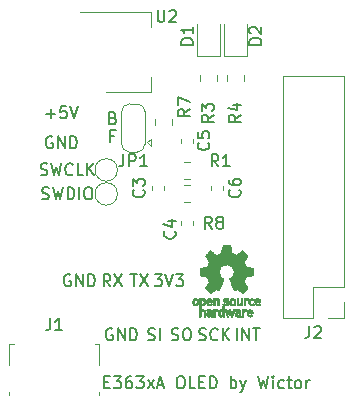
<source format=gto>
G04 #@! TF.GenerationSoftware,KiCad,Pcbnew,5.0.2+dfsg1-1*
G04 #@! TF.CreationDate,2019-02-22T20:57:12+02:00*
G04 #@! TF.ProjectId,e3634a_oled,65333633-3461-45f6-9f6c-65642e6b6963,A*
G04 #@! TF.SameCoordinates,Original*
G04 #@! TF.FileFunction,Legend,Top*
G04 #@! TF.FilePolarity,Positive*
%FSLAX46Y46*%
G04 Gerber Fmt 4.6, Leading zero omitted, Abs format (unit mm)*
G04 Created by KiCad (PCBNEW 5.0.2+dfsg1-1) date Fri 22 Feb 2019 08:57:12 PM EET*
%MOMM*%
%LPD*%
G01*
G04 APERTURE LIST*
%ADD10C,0.150000*%
%ADD11C,0.120000*%
%ADD12C,0.010000*%
G04 APERTURE END LIST*
D10*
X59723428Y-50088571D02*
X59866285Y-50136190D01*
X59913904Y-50183809D01*
X59961523Y-50279047D01*
X59961523Y-50421904D01*
X59913904Y-50517142D01*
X59866285Y-50564761D01*
X59771047Y-50612380D01*
X59390095Y-50612380D01*
X59390095Y-49612380D01*
X59723428Y-49612380D01*
X59818666Y-49660000D01*
X59866285Y-49707619D01*
X59913904Y-49802857D01*
X59913904Y-49898095D01*
X59866285Y-49993333D01*
X59818666Y-50040952D01*
X59723428Y-50088571D01*
X59390095Y-50088571D01*
X59794857Y-51612571D02*
X59461523Y-51612571D01*
X59461523Y-52136380D02*
X59461523Y-51136380D01*
X59937714Y-51136380D01*
X70177238Y-68900380D02*
X70177238Y-67900380D01*
X70653428Y-68900380D02*
X70653428Y-67900380D01*
X71224857Y-68900380D01*
X71224857Y-67900380D01*
X71558190Y-67900380D02*
X72129619Y-67900380D01*
X71843904Y-68900380D02*
X71843904Y-67900380D01*
X67002285Y-68852761D02*
X67145142Y-68900380D01*
X67383238Y-68900380D01*
X67478476Y-68852761D01*
X67526095Y-68805142D01*
X67573714Y-68709904D01*
X67573714Y-68614666D01*
X67526095Y-68519428D01*
X67478476Y-68471809D01*
X67383238Y-68424190D01*
X67192761Y-68376571D01*
X67097523Y-68328952D01*
X67049904Y-68281333D01*
X67002285Y-68186095D01*
X67002285Y-68090857D01*
X67049904Y-67995619D01*
X67097523Y-67948000D01*
X67192761Y-67900380D01*
X67430857Y-67900380D01*
X67573714Y-67948000D01*
X68573714Y-68805142D02*
X68526095Y-68852761D01*
X68383238Y-68900380D01*
X68288000Y-68900380D01*
X68145142Y-68852761D01*
X68049904Y-68757523D01*
X68002285Y-68662285D01*
X67954666Y-68471809D01*
X67954666Y-68328952D01*
X68002285Y-68138476D01*
X68049904Y-68043238D01*
X68145142Y-67948000D01*
X68288000Y-67900380D01*
X68383238Y-67900380D01*
X68526095Y-67948000D01*
X68573714Y-67995619D01*
X69002285Y-68900380D02*
X69002285Y-67900380D01*
X69573714Y-68900380D02*
X69145142Y-68328952D01*
X69573714Y-67900380D02*
X69002285Y-68471809D01*
X64684476Y-68852761D02*
X64827333Y-68900380D01*
X65065428Y-68900380D01*
X65160666Y-68852761D01*
X65208285Y-68805142D01*
X65255904Y-68709904D01*
X65255904Y-68614666D01*
X65208285Y-68519428D01*
X65160666Y-68471809D01*
X65065428Y-68424190D01*
X64874952Y-68376571D01*
X64779714Y-68328952D01*
X64732095Y-68281333D01*
X64684476Y-68186095D01*
X64684476Y-68090857D01*
X64732095Y-67995619D01*
X64779714Y-67948000D01*
X64874952Y-67900380D01*
X65113047Y-67900380D01*
X65255904Y-67948000D01*
X65874952Y-67900380D02*
X66065428Y-67900380D01*
X66160666Y-67948000D01*
X66255904Y-68043238D01*
X66303523Y-68233714D01*
X66303523Y-68567047D01*
X66255904Y-68757523D01*
X66160666Y-68852761D01*
X66065428Y-68900380D01*
X65874952Y-68900380D01*
X65779714Y-68852761D01*
X65684476Y-68757523D01*
X65636857Y-68567047D01*
X65636857Y-68233714D01*
X65684476Y-68043238D01*
X65779714Y-67948000D01*
X65874952Y-67900380D01*
X62684190Y-68852761D02*
X62827047Y-68900380D01*
X63065142Y-68900380D01*
X63160380Y-68852761D01*
X63208000Y-68805142D01*
X63255619Y-68709904D01*
X63255619Y-68614666D01*
X63208000Y-68519428D01*
X63160380Y-68471809D01*
X63065142Y-68424190D01*
X62874666Y-68376571D01*
X62779428Y-68328952D01*
X62731809Y-68281333D01*
X62684190Y-68186095D01*
X62684190Y-68090857D01*
X62731809Y-67995619D01*
X62779428Y-67948000D01*
X62874666Y-67900380D01*
X63112761Y-67900380D01*
X63255619Y-67948000D01*
X63684190Y-68900380D02*
X63684190Y-67900380D01*
X59652095Y-67948000D02*
X59556857Y-67900380D01*
X59414000Y-67900380D01*
X59271142Y-67948000D01*
X59175904Y-68043238D01*
X59128285Y-68138476D01*
X59080666Y-68328952D01*
X59080666Y-68471809D01*
X59128285Y-68662285D01*
X59175904Y-68757523D01*
X59271142Y-68852761D01*
X59414000Y-68900380D01*
X59509238Y-68900380D01*
X59652095Y-68852761D01*
X59699714Y-68805142D01*
X59699714Y-68471809D01*
X59509238Y-68471809D01*
X60128285Y-68900380D02*
X60128285Y-67900380D01*
X60699714Y-68900380D01*
X60699714Y-67900380D01*
X61175904Y-68900380D02*
X61175904Y-67900380D01*
X61414000Y-67900380D01*
X61556857Y-67948000D01*
X61652095Y-68043238D01*
X61699714Y-68138476D01*
X61747333Y-68328952D01*
X61747333Y-68471809D01*
X61699714Y-68662285D01*
X61652095Y-68757523D01*
X61556857Y-68852761D01*
X61414000Y-68900380D01*
X61175904Y-68900380D01*
X53580095Y-54882761D02*
X53722952Y-54930380D01*
X53961047Y-54930380D01*
X54056285Y-54882761D01*
X54103904Y-54835142D01*
X54151523Y-54739904D01*
X54151523Y-54644666D01*
X54103904Y-54549428D01*
X54056285Y-54501809D01*
X53961047Y-54454190D01*
X53770571Y-54406571D01*
X53675333Y-54358952D01*
X53627714Y-54311333D01*
X53580095Y-54216095D01*
X53580095Y-54120857D01*
X53627714Y-54025619D01*
X53675333Y-53978000D01*
X53770571Y-53930380D01*
X54008666Y-53930380D01*
X54151523Y-53978000D01*
X54484857Y-53930380D02*
X54722952Y-54930380D01*
X54913428Y-54216095D01*
X55103904Y-54930380D01*
X55342000Y-53930380D01*
X56294380Y-54835142D02*
X56246761Y-54882761D01*
X56103904Y-54930380D01*
X56008666Y-54930380D01*
X55865809Y-54882761D01*
X55770571Y-54787523D01*
X55722952Y-54692285D01*
X55675333Y-54501809D01*
X55675333Y-54358952D01*
X55722952Y-54168476D01*
X55770571Y-54073238D01*
X55865809Y-53978000D01*
X56008666Y-53930380D01*
X56103904Y-53930380D01*
X56246761Y-53978000D01*
X56294380Y-54025619D01*
X57199142Y-54930380D02*
X56722952Y-54930380D01*
X56722952Y-53930380D01*
X57532476Y-54930380D02*
X57532476Y-53930380D01*
X58103904Y-54930380D02*
X57675333Y-54358952D01*
X58103904Y-53930380D02*
X57532476Y-54501809D01*
X53722952Y-56914761D02*
X53865809Y-56962380D01*
X54103904Y-56962380D01*
X54199142Y-56914761D01*
X54246761Y-56867142D01*
X54294380Y-56771904D01*
X54294380Y-56676666D01*
X54246761Y-56581428D01*
X54199142Y-56533809D01*
X54103904Y-56486190D01*
X53913428Y-56438571D01*
X53818190Y-56390952D01*
X53770571Y-56343333D01*
X53722952Y-56248095D01*
X53722952Y-56152857D01*
X53770571Y-56057619D01*
X53818190Y-56010000D01*
X53913428Y-55962380D01*
X54151523Y-55962380D01*
X54294380Y-56010000D01*
X54627714Y-55962380D02*
X54865809Y-56962380D01*
X55056285Y-56248095D01*
X55246761Y-56962380D01*
X55484857Y-55962380D01*
X55865809Y-56962380D02*
X55865809Y-55962380D01*
X56103904Y-55962380D01*
X56246761Y-56010000D01*
X56342000Y-56105238D01*
X56389619Y-56200476D01*
X56437238Y-56390952D01*
X56437238Y-56533809D01*
X56389619Y-56724285D01*
X56342000Y-56819523D01*
X56246761Y-56914761D01*
X56103904Y-56962380D01*
X55865809Y-56962380D01*
X56865809Y-56962380D02*
X56865809Y-55962380D01*
X57532476Y-55962380D02*
X57722952Y-55962380D01*
X57818190Y-56010000D01*
X57913428Y-56105238D01*
X57961047Y-56295714D01*
X57961047Y-56629047D01*
X57913428Y-56819523D01*
X57818190Y-56914761D01*
X57722952Y-56962380D01*
X57532476Y-56962380D01*
X57437238Y-56914761D01*
X57342000Y-56819523D01*
X57294380Y-56629047D01*
X57294380Y-56295714D01*
X57342000Y-56105238D01*
X57437238Y-56010000D01*
X57532476Y-55962380D01*
X63239904Y-63328380D02*
X63858952Y-63328380D01*
X63525619Y-63709333D01*
X63668476Y-63709333D01*
X63763714Y-63756952D01*
X63811333Y-63804571D01*
X63858952Y-63899809D01*
X63858952Y-64137904D01*
X63811333Y-64233142D01*
X63763714Y-64280761D01*
X63668476Y-64328380D01*
X63382761Y-64328380D01*
X63287523Y-64280761D01*
X63239904Y-64233142D01*
X64144666Y-63328380D02*
X64478000Y-64328380D01*
X64811333Y-63328380D01*
X65049428Y-63328380D02*
X65668476Y-63328380D01*
X65335142Y-63709333D01*
X65478000Y-63709333D01*
X65573238Y-63756952D01*
X65620857Y-63804571D01*
X65668476Y-63899809D01*
X65668476Y-64137904D01*
X65620857Y-64233142D01*
X65573238Y-64280761D01*
X65478000Y-64328380D01*
X65192285Y-64328380D01*
X65097047Y-64280761D01*
X65049428Y-64233142D01*
X61176095Y-63328380D02*
X61747523Y-63328380D01*
X61461809Y-64328380D02*
X61461809Y-63328380D01*
X61985619Y-63328380D02*
X62652285Y-64328380D01*
X62652285Y-63328380D02*
X61985619Y-64328380D01*
X59485333Y-64328380D02*
X59152000Y-63852190D01*
X58913904Y-64328380D02*
X58913904Y-63328380D01*
X59294857Y-63328380D01*
X59390095Y-63376000D01*
X59437714Y-63423619D01*
X59485333Y-63518857D01*
X59485333Y-63661714D01*
X59437714Y-63756952D01*
X59390095Y-63804571D01*
X59294857Y-63852190D01*
X58913904Y-63852190D01*
X59818666Y-63328380D02*
X60485333Y-64328380D01*
X60485333Y-63328380D02*
X59818666Y-64328380D01*
X56096095Y-63376000D02*
X56000857Y-63328380D01*
X55858000Y-63328380D01*
X55715142Y-63376000D01*
X55619904Y-63471238D01*
X55572285Y-63566476D01*
X55524666Y-63756952D01*
X55524666Y-63899809D01*
X55572285Y-64090285D01*
X55619904Y-64185523D01*
X55715142Y-64280761D01*
X55858000Y-64328380D01*
X55953238Y-64328380D01*
X56096095Y-64280761D01*
X56143714Y-64233142D01*
X56143714Y-63899809D01*
X55953238Y-63899809D01*
X56572285Y-64328380D02*
X56572285Y-63328380D01*
X57143714Y-64328380D01*
X57143714Y-63328380D01*
X57619904Y-64328380D02*
X57619904Y-63328380D01*
X57858000Y-63328380D01*
X58000857Y-63376000D01*
X58096095Y-63471238D01*
X58143714Y-63566476D01*
X58191333Y-63756952D01*
X58191333Y-63899809D01*
X58143714Y-64090285D01*
X58096095Y-64185523D01*
X58000857Y-64280761D01*
X57858000Y-64328380D01*
X57619904Y-64328380D01*
X54048285Y-49723428D02*
X54810190Y-49723428D01*
X54429238Y-50104380D02*
X54429238Y-49342476D01*
X55762571Y-49104380D02*
X55286380Y-49104380D01*
X55238761Y-49580571D01*
X55286380Y-49532952D01*
X55381619Y-49485333D01*
X55619714Y-49485333D01*
X55714952Y-49532952D01*
X55762571Y-49580571D01*
X55810190Y-49675809D01*
X55810190Y-49913904D01*
X55762571Y-50009142D01*
X55714952Y-50056761D01*
X55619714Y-50104380D01*
X55381619Y-50104380D01*
X55286380Y-50056761D01*
X55238761Y-50009142D01*
X56095904Y-49104380D02*
X56429238Y-50104380D01*
X56762571Y-49104380D01*
X54572095Y-51692000D02*
X54476857Y-51644380D01*
X54334000Y-51644380D01*
X54191142Y-51692000D01*
X54095904Y-51787238D01*
X54048285Y-51882476D01*
X54000666Y-52072952D01*
X54000666Y-52215809D01*
X54048285Y-52406285D01*
X54095904Y-52501523D01*
X54191142Y-52596761D01*
X54334000Y-52644380D01*
X54429238Y-52644380D01*
X54572095Y-52596761D01*
X54619714Y-52549142D01*
X54619714Y-52215809D01*
X54429238Y-52215809D01*
X55048285Y-52644380D02*
X55048285Y-51644380D01*
X55619714Y-52644380D01*
X55619714Y-51644380D01*
X56095904Y-52644380D02*
X56095904Y-51644380D01*
X56334000Y-51644380D01*
X56476857Y-51692000D01*
X56572095Y-51787238D01*
X56619714Y-51882476D01*
X56667333Y-52072952D01*
X56667333Y-52215809D01*
X56619714Y-52406285D01*
X56572095Y-52501523D01*
X56476857Y-52596761D01*
X56334000Y-52644380D01*
X56095904Y-52644380D01*
X58971595Y-72440571D02*
X59304928Y-72440571D01*
X59447785Y-72964380D02*
X58971595Y-72964380D01*
X58971595Y-71964380D01*
X59447785Y-71964380D01*
X59781119Y-71964380D02*
X60400166Y-71964380D01*
X60066833Y-72345333D01*
X60209690Y-72345333D01*
X60304928Y-72392952D01*
X60352547Y-72440571D01*
X60400166Y-72535809D01*
X60400166Y-72773904D01*
X60352547Y-72869142D01*
X60304928Y-72916761D01*
X60209690Y-72964380D01*
X59923976Y-72964380D01*
X59828738Y-72916761D01*
X59781119Y-72869142D01*
X61257309Y-71964380D02*
X61066833Y-71964380D01*
X60971595Y-72012000D01*
X60923976Y-72059619D01*
X60828738Y-72202476D01*
X60781119Y-72392952D01*
X60781119Y-72773904D01*
X60828738Y-72869142D01*
X60876357Y-72916761D01*
X60971595Y-72964380D01*
X61162071Y-72964380D01*
X61257309Y-72916761D01*
X61304928Y-72869142D01*
X61352547Y-72773904D01*
X61352547Y-72535809D01*
X61304928Y-72440571D01*
X61257309Y-72392952D01*
X61162071Y-72345333D01*
X60971595Y-72345333D01*
X60876357Y-72392952D01*
X60828738Y-72440571D01*
X60781119Y-72535809D01*
X61685880Y-71964380D02*
X62304928Y-71964380D01*
X61971595Y-72345333D01*
X62114452Y-72345333D01*
X62209690Y-72392952D01*
X62257309Y-72440571D01*
X62304928Y-72535809D01*
X62304928Y-72773904D01*
X62257309Y-72869142D01*
X62209690Y-72916761D01*
X62114452Y-72964380D01*
X61828738Y-72964380D01*
X61733500Y-72916761D01*
X61685880Y-72869142D01*
X62638261Y-72964380D02*
X63162071Y-72297714D01*
X62638261Y-72297714D02*
X63162071Y-72964380D01*
X63495404Y-72678666D02*
X63971595Y-72678666D01*
X63400166Y-72964380D02*
X63733500Y-71964380D01*
X64066833Y-72964380D01*
X65352547Y-71964380D02*
X65543023Y-71964380D01*
X65638261Y-72012000D01*
X65733500Y-72107238D01*
X65781119Y-72297714D01*
X65781119Y-72631047D01*
X65733500Y-72821523D01*
X65638261Y-72916761D01*
X65543023Y-72964380D01*
X65352547Y-72964380D01*
X65257309Y-72916761D01*
X65162071Y-72821523D01*
X65114452Y-72631047D01*
X65114452Y-72297714D01*
X65162071Y-72107238D01*
X65257309Y-72012000D01*
X65352547Y-71964380D01*
X66685880Y-72964380D02*
X66209690Y-72964380D01*
X66209690Y-71964380D01*
X67019214Y-72440571D02*
X67352547Y-72440571D01*
X67495404Y-72964380D02*
X67019214Y-72964380D01*
X67019214Y-71964380D01*
X67495404Y-71964380D01*
X67923976Y-72964380D02*
X67923976Y-71964380D01*
X68162071Y-71964380D01*
X68304928Y-72012000D01*
X68400166Y-72107238D01*
X68447785Y-72202476D01*
X68495404Y-72392952D01*
X68495404Y-72535809D01*
X68447785Y-72726285D01*
X68400166Y-72821523D01*
X68304928Y-72916761D01*
X68162071Y-72964380D01*
X67923976Y-72964380D01*
X69685880Y-72964380D02*
X69685880Y-71964380D01*
X69685880Y-72345333D02*
X69781119Y-72297714D01*
X69971595Y-72297714D01*
X70066833Y-72345333D01*
X70114452Y-72392952D01*
X70162071Y-72488190D01*
X70162071Y-72773904D01*
X70114452Y-72869142D01*
X70066833Y-72916761D01*
X69971595Y-72964380D01*
X69781119Y-72964380D01*
X69685880Y-72916761D01*
X70495404Y-72297714D02*
X70733500Y-72964380D01*
X70971595Y-72297714D02*
X70733500Y-72964380D01*
X70638261Y-73202476D01*
X70590642Y-73250095D01*
X70495404Y-73297714D01*
X72019214Y-71964380D02*
X72257309Y-72964380D01*
X72447785Y-72250095D01*
X72638261Y-72964380D01*
X72876357Y-71964380D01*
X73257309Y-72964380D02*
X73257309Y-72297714D01*
X73257309Y-71964380D02*
X73209690Y-72012000D01*
X73257309Y-72059619D01*
X73304928Y-72012000D01*
X73257309Y-71964380D01*
X73257309Y-72059619D01*
X74162071Y-72916761D02*
X74066833Y-72964380D01*
X73876357Y-72964380D01*
X73781119Y-72916761D01*
X73733500Y-72869142D01*
X73685880Y-72773904D01*
X73685880Y-72488190D01*
X73733500Y-72392952D01*
X73781119Y-72345333D01*
X73876357Y-72297714D01*
X74066833Y-72297714D01*
X74162071Y-72345333D01*
X74447785Y-72297714D02*
X74828738Y-72297714D01*
X74590642Y-71964380D02*
X74590642Y-72821523D01*
X74638261Y-72916761D01*
X74733500Y-72964380D01*
X74828738Y-72964380D01*
X75304928Y-72964380D02*
X75209690Y-72916761D01*
X75162071Y-72869142D01*
X75114452Y-72773904D01*
X75114452Y-72488190D01*
X75162071Y-72392952D01*
X75209690Y-72345333D01*
X75304928Y-72297714D01*
X75447785Y-72297714D01*
X75543023Y-72345333D01*
X75590642Y-72392952D01*
X75638261Y-72488190D01*
X75638261Y-72773904D01*
X75590642Y-72869142D01*
X75543023Y-72916761D01*
X75447785Y-72964380D01*
X75304928Y-72964380D01*
X76066833Y-72964380D02*
X76066833Y-72297714D01*
X76066833Y-72488190D02*
X76114452Y-72392952D01*
X76162071Y-72345333D01*
X76257309Y-72297714D01*
X76352547Y-72297714D01*
D11*
G04 #@! TO.C,J1*
X50920220Y-73503060D02*
X50920220Y-73243060D01*
X50920220Y-70963060D02*
X50920220Y-69193060D01*
X50920220Y-69193060D02*
X51300220Y-69193060D01*
X58540220Y-69193060D02*
X58540220Y-70963060D01*
X58540220Y-73243060D02*
X58540220Y-73503060D01*
X58540220Y-69193060D02*
X58160220Y-69193060D01*
G04 #@! TO.C,J2*
X79270000Y-66984000D02*
X77940000Y-66984000D01*
X79270000Y-65654000D02*
X79270000Y-66984000D01*
X76670000Y-66984000D02*
X74070000Y-66984000D01*
X76670000Y-64384000D02*
X76670000Y-66984000D01*
X79270000Y-64384000D02*
X76670000Y-64384000D01*
X74070000Y-66984000D02*
X74070000Y-46544000D01*
X79270000Y-64384000D02*
X79270000Y-46544000D01*
X79270000Y-46544000D02*
X74070000Y-46544000D01*
G04 #@! TO.C,C3*
X64010000Y-55837221D02*
X64010000Y-56162779D01*
X62990000Y-55837221D02*
X62990000Y-56162779D01*
G04 #@! TO.C,C4*
X66510000Y-59162779D02*
X66510000Y-58837221D01*
X65490000Y-59162779D02*
X65490000Y-58837221D01*
G04 #@! TO.C,C5*
X66510000Y-51837221D02*
X66510000Y-52162779D01*
X65490000Y-51837221D02*
X65490000Y-52162779D01*
G04 #@! TO.C,C6*
X67990000Y-55837221D02*
X67990000Y-56162779D01*
X69010000Y-55837221D02*
X69010000Y-56162779D01*
G04 #@! TO.C,D1*
X68740000Y-44811500D02*
X68740000Y-42126500D01*
X66820000Y-44811500D02*
X68740000Y-44811500D01*
X66820000Y-42126500D02*
X66820000Y-44811500D01*
G04 #@! TO.C,D2*
X69106000Y-42126500D02*
X69106000Y-44811500D01*
X69106000Y-44811500D02*
X71026000Y-44811500D01*
X71026000Y-44811500D02*
X71026000Y-42126500D01*
G04 #@! TO.C,JP1*
X62630000Y-52122000D02*
X62930000Y-51822000D01*
X62930000Y-52422000D02*
X62930000Y-51822000D01*
X62630000Y-52122000D02*
X62930000Y-52422000D01*
X61730000Y-52972000D02*
X61130000Y-52972000D01*
X62430000Y-49522000D02*
X62430000Y-52322000D01*
X61130000Y-48872000D02*
X61730000Y-48872000D01*
X60430000Y-52322000D02*
X60430000Y-49522000D01*
X60430000Y-49572000D02*
G75*
G02X61130000Y-48872000I700000J0D01*
G01*
X61730000Y-48872000D02*
G75*
G02X62430000Y-49572000I0J-700000D01*
G01*
X62430000Y-52272000D02*
G75*
G02X61730000Y-52972000I-700000J0D01*
G01*
X61130000Y-52972000D02*
G75*
G02X60430000Y-52272000I0J700000D01*
G01*
G04 #@! TO.C,R1*
X65741422Y-55210000D02*
X66258578Y-55210000D01*
X65741422Y-53790000D02*
X66258578Y-53790000D01*
G04 #@! TO.C,R3*
X68490000Y-46423922D02*
X68490000Y-46941078D01*
X67070000Y-46423922D02*
X67070000Y-46941078D01*
G04 #@! TO.C,R4*
X70776000Y-46423922D02*
X70776000Y-46941078D01*
X69356000Y-46423922D02*
X69356000Y-46941078D01*
G04 #@! TO.C,R7*
X64680000Y-50155422D02*
X64680000Y-50672578D01*
X63260000Y-50155422D02*
X63260000Y-50672578D01*
G04 #@! TO.C,R8*
X65741422Y-57210000D02*
X66258578Y-57210000D01*
X65741422Y-55790000D02*
X66258578Y-55790000D01*
G04 #@! TO.C,U2*
X62910000Y-47910000D02*
X62910000Y-46650000D01*
X62910000Y-41090000D02*
X62910000Y-42350000D01*
X59150000Y-47910000D02*
X62910000Y-47910000D01*
X56900000Y-41090000D02*
X62910000Y-41090000D01*
G04 #@! TO.C,TP1*
X60094000Y-56510000D02*
G75*
G03X60094000Y-56510000I-950000J0D01*
G01*
G04 #@! TO.C,TP2*
X60094000Y-54478000D02*
G75*
G03X60094000Y-54478000I-950000J0D01*
G01*
D12*
G04 #@! TO.C,REF\002A\002A*
G36*
X69680964Y-61166018D02*
X69737812Y-61467570D01*
X70157338Y-61640512D01*
X70408984Y-61469395D01*
X70479458Y-61421750D01*
X70543163Y-61379210D01*
X70597126Y-61343715D01*
X70638373Y-61317210D01*
X70663934Y-61301636D01*
X70670895Y-61298278D01*
X70683435Y-61306914D01*
X70710231Y-61330792D01*
X70748280Y-61366859D01*
X70794579Y-61412067D01*
X70846123Y-61463364D01*
X70899909Y-61517701D01*
X70952935Y-61572028D01*
X71002195Y-61623295D01*
X71044687Y-61668451D01*
X71077407Y-61704446D01*
X71097351Y-61728230D01*
X71102119Y-61736190D01*
X71095257Y-61750865D01*
X71076020Y-61783014D01*
X71046430Y-61829492D01*
X71008510Y-61887156D01*
X70964282Y-61952860D01*
X70938654Y-61990336D01*
X70891941Y-62058768D01*
X70850432Y-62120520D01*
X70816140Y-62172519D01*
X70791080Y-62211692D01*
X70777264Y-62234965D01*
X70775188Y-62239855D01*
X70779895Y-62253755D01*
X70792723Y-62286150D01*
X70811738Y-62332485D01*
X70835003Y-62388206D01*
X70860584Y-62448758D01*
X70886545Y-62509586D01*
X70910950Y-62566136D01*
X70931863Y-62613852D01*
X70947349Y-62648181D01*
X70955472Y-62664568D01*
X70955952Y-62665212D01*
X70968707Y-62668341D01*
X71002677Y-62675321D01*
X71054340Y-62685467D01*
X71120176Y-62698092D01*
X71196664Y-62712509D01*
X71241290Y-62720823D01*
X71323021Y-62736384D01*
X71396843Y-62751192D01*
X71459021Y-62764436D01*
X71505822Y-62775305D01*
X71533509Y-62782989D01*
X71539074Y-62785427D01*
X71544526Y-62801930D01*
X71548924Y-62839200D01*
X71552272Y-62892880D01*
X71554574Y-62958612D01*
X71555832Y-63032037D01*
X71556048Y-63108796D01*
X71555227Y-63184532D01*
X71553371Y-63254886D01*
X71550482Y-63315500D01*
X71546565Y-63362016D01*
X71541622Y-63390075D01*
X71538657Y-63395916D01*
X71520934Y-63402917D01*
X71483381Y-63412927D01*
X71430964Y-63424769D01*
X71368652Y-63437267D01*
X71346900Y-63441310D01*
X71242024Y-63460520D01*
X71159180Y-63475991D01*
X71095630Y-63488337D01*
X71048637Y-63498173D01*
X71015463Y-63506114D01*
X70993371Y-63512776D01*
X70979624Y-63518773D01*
X70971484Y-63524719D01*
X70970345Y-63525894D01*
X70958977Y-63544826D01*
X70941635Y-63581669D01*
X70920050Y-63631913D01*
X70895954Y-63691046D01*
X70871079Y-63754556D01*
X70847157Y-63817932D01*
X70825919Y-63876662D01*
X70809097Y-63926235D01*
X70798422Y-63962139D01*
X70795627Y-63979862D01*
X70795860Y-63980483D01*
X70805331Y-63994970D01*
X70826818Y-64026844D01*
X70858063Y-64072789D01*
X70896807Y-64129485D01*
X70940793Y-64193617D01*
X70953319Y-64211842D01*
X70997984Y-64277914D01*
X71037288Y-64338200D01*
X71069088Y-64389235D01*
X71091245Y-64427560D01*
X71101617Y-64449711D01*
X71102119Y-64452432D01*
X71093405Y-64466736D01*
X71069325Y-64495072D01*
X71032976Y-64534396D01*
X70987453Y-64581661D01*
X70935852Y-64633823D01*
X70881267Y-64687835D01*
X70826794Y-64740653D01*
X70775529Y-64789231D01*
X70730567Y-64830523D01*
X70695004Y-64861485D01*
X70671935Y-64879070D01*
X70665554Y-64881941D01*
X70650699Y-64875178D01*
X70620286Y-64856939D01*
X70579268Y-64830297D01*
X70547709Y-64808852D01*
X70490525Y-64769503D01*
X70422806Y-64723171D01*
X70354880Y-64676913D01*
X70318361Y-64652155D01*
X70194752Y-64568547D01*
X70090991Y-64624650D01*
X70043720Y-64649228D01*
X70003523Y-64668331D01*
X69976326Y-64679227D01*
X69969402Y-64680743D01*
X69961077Y-64669549D01*
X69944654Y-64637917D01*
X69921357Y-64588765D01*
X69892414Y-64525010D01*
X69859050Y-64449571D01*
X69822491Y-64365364D01*
X69783964Y-64275308D01*
X69744694Y-64182321D01*
X69705908Y-64089320D01*
X69668830Y-63999223D01*
X69634689Y-63914948D01*
X69604708Y-63839413D01*
X69580116Y-63775534D01*
X69562136Y-63726231D01*
X69551997Y-63694421D01*
X69550366Y-63683496D01*
X69563291Y-63669561D01*
X69591589Y-63646940D01*
X69629346Y-63620333D01*
X69632515Y-63618228D01*
X69730100Y-63540114D01*
X69808786Y-63448982D01*
X69867891Y-63347745D01*
X69906732Y-63239318D01*
X69924628Y-63126614D01*
X69920897Y-63012548D01*
X69894857Y-62900034D01*
X69845825Y-62791985D01*
X69831400Y-62768345D01*
X69756369Y-62672887D01*
X69667730Y-62596232D01*
X69568549Y-62538780D01*
X69461895Y-62500929D01*
X69350836Y-62483078D01*
X69238439Y-62485625D01*
X69127773Y-62508970D01*
X69021906Y-62553510D01*
X68923905Y-62619645D01*
X68893590Y-62646487D01*
X68816438Y-62730512D01*
X68760218Y-62818966D01*
X68721653Y-62918115D01*
X68700174Y-63016303D01*
X68694872Y-63126697D01*
X68712552Y-63237640D01*
X68751419Y-63345381D01*
X68809677Y-63446169D01*
X68885531Y-63536256D01*
X68977183Y-63611892D01*
X68989228Y-63619864D01*
X69027389Y-63645974D01*
X69056399Y-63668595D01*
X69070268Y-63683039D01*
X69070469Y-63683496D01*
X69067492Y-63699121D01*
X69055689Y-63734582D01*
X69036286Y-63786962D01*
X69010512Y-63853345D01*
X68979591Y-63930814D01*
X68944751Y-64016450D01*
X68907217Y-64107337D01*
X68868217Y-64200559D01*
X68828977Y-64293197D01*
X68790724Y-64382335D01*
X68754683Y-64465055D01*
X68722083Y-64538441D01*
X68694148Y-64599575D01*
X68672105Y-64645541D01*
X68657182Y-64673421D01*
X68651172Y-64680743D01*
X68632809Y-64675041D01*
X68598448Y-64659749D01*
X68554016Y-64637599D01*
X68529583Y-64624650D01*
X68425822Y-64568547D01*
X68302213Y-64652155D01*
X68239114Y-64694987D01*
X68170030Y-64742122D01*
X68105293Y-64786503D01*
X68072866Y-64808852D01*
X68027259Y-64839477D01*
X67988640Y-64863747D01*
X67962048Y-64878587D01*
X67953410Y-64881724D01*
X67940839Y-64873261D01*
X67913016Y-64849636D01*
X67872639Y-64813302D01*
X67822405Y-64766711D01*
X67765012Y-64712317D01*
X67728714Y-64677392D01*
X67665210Y-64614996D01*
X67610327Y-64559188D01*
X67566286Y-64512354D01*
X67535305Y-64476882D01*
X67519602Y-64455161D01*
X67518095Y-64450752D01*
X67525086Y-64433985D01*
X67544406Y-64400082D01*
X67573909Y-64352476D01*
X67611455Y-64294599D01*
X67654900Y-64229884D01*
X67667255Y-64211842D01*
X67712273Y-64146267D01*
X67752660Y-64087228D01*
X67786160Y-64038042D01*
X67810514Y-64002028D01*
X67823464Y-63982502D01*
X67824715Y-63980483D01*
X67822844Y-63964922D01*
X67812913Y-63930709D01*
X67796653Y-63882355D01*
X67775795Y-63824371D01*
X67752073Y-63761270D01*
X67727216Y-63697563D01*
X67702958Y-63637761D01*
X67681029Y-63586376D01*
X67663162Y-63547919D01*
X67651087Y-63526902D01*
X67650229Y-63525894D01*
X67642846Y-63519888D01*
X67630375Y-63513948D01*
X67610080Y-63507460D01*
X67579222Y-63499809D01*
X67535066Y-63490380D01*
X67474874Y-63478559D01*
X67395907Y-63463729D01*
X67295430Y-63445277D01*
X67273675Y-63441310D01*
X67209198Y-63428853D01*
X67152989Y-63416666D01*
X67110013Y-63405926D01*
X67085240Y-63397809D01*
X67081918Y-63395916D01*
X67076444Y-63379138D01*
X67071994Y-63341645D01*
X67068572Y-63287794D01*
X67066181Y-63221944D01*
X67064823Y-63148453D01*
X67064501Y-63071680D01*
X67065219Y-62995983D01*
X67066979Y-62925720D01*
X67069784Y-62865250D01*
X67073638Y-62818930D01*
X67078543Y-62791119D01*
X67081500Y-62785427D01*
X67097963Y-62779686D01*
X67135449Y-62770345D01*
X67190225Y-62758215D01*
X67258555Y-62744107D01*
X67336706Y-62728830D01*
X67379284Y-62720823D01*
X67460071Y-62705721D01*
X67532113Y-62692040D01*
X67591889Y-62680467D01*
X67635879Y-62671687D01*
X67660561Y-62666387D01*
X67664623Y-62665212D01*
X67671489Y-62651965D01*
X67686002Y-62620057D01*
X67706229Y-62574047D01*
X67730234Y-62518492D01*
X67756082Y-62457953D01*
X67781840Y-62396986D01*
X67805573Y-62340151D01*
X67825346Y-62292006D01*
X67839224Y-62257110D01*
X67845274Y-62240021D01*
X67845386Y-62239274D01*
X67838528Y-62225793D01*
X67819302Y-62194770D01*
X67789728Y-62149289D01*
X67751827Y-62092432D01*
X67707620Y-62027283D01*
X67681921Y-61989862D01*
X67635093Y-61921247D01*
X67593501Y-61858952D01*
X67559175Y-61806129D01*
X67534143Y-61765927D01*
X67520435Y-61741500D01*
X67518456Y-61736024D01*
X67526966Y-61723278D01*
X67550493Y-61696063D01*
X67586032Y-61657428D01*
X67630577Y-61610423D01*
X67681123Y-61558095D01*
X67734664Y-61503495D01*
X67788195Y-61449670D01*
X67838711Y-61399670D01*
X67883206Y-61356543D01*
X67918675Y-61323339D01*
X67942113Y-61303106D01*
X67949954Y-61298278D01*
X67962720Y-61305067D01*
X67993256Y-61324142D01*
X68038590Y-61353561D01*
X68095756Y-61391381D01*
X68161784Y-61435661D01*
X68211590Y-61469395D01*
X68463236Y-61640512D01*
X68672999Y-61554041D01*
X68882763Y-61467570D01*
X68939611Y-61166018D01*
X68996460Y-60864466D01*
X69624115Y-60864466D01*
X69680964Y-61166018D01*
X69680964Y-61166018D01*
G37*
X69680964Y-61166018D02*
X69737812Y-61467570D01*
X70157338Y-61640512D01*
X70408984Y-61469395D01*
X70479458Y-61421750D01*
X70543163Y-61379210D01*
X70597126Y-61343715D01*
X70638373Y-61317210D01*
X70663934Y-61301636D01*
X70670895Y-61298278D01*
X70683435Y-61306914D01*
X70710231Y-61330792D01*
X70748280Y-61366859D01*
X70794579Y-61412067D01*
X70846123Y-61463364D01*
X70899909Y-61517701D01*
X70952935Y-61572028D01*
X71002195Y-61623295D01*
X71044687Y-61668451D01*
X71077407Y-61704446D01*
X71097351Y-61728230D01*
X71102119Y-61736190D01*
X71095257Y-61750865D01*
X71076020Y-61783014D01*
X71046430Y-61829492D01*
X71008510Y-61887156D01*
X70964282Y-61952860D01*
X70938654Y-61990336D01*
X70891941Y-62058768D01*
X70850432Y-62120520D01*
X70816140Y-62172519D01*
X70791080Y-62211692D01*
X70777264Y-62234965D01*
X70775188Y-62239855D01*
X70779895Y-62253755D01*
X70792723Y-62286150D01*
X70811738Y-62332485D01*
X70835003Y-62388206D01*
X70860584Y-62448758D01*
X70886545Y-62509586D01*
X70910950Y-62566136D01*
X70931863Y-62613852D01*
X70947349Y-62648181D01*
X70955472Y-62664568D01*
X70955952Y-62665212D01*
X70968707Y-62668341D01*
X71002677Y-62675321D01*
X71054340Y-62685467D01*
X71120176Y-62698092D01*
X71196664Y-62712509D01*
X71241290Y-62720823D01*
X71323021Y-62736384D01*
X71396843Y-62751192D01*
X71459021Y-62764436D01*
X71505822Y-62775305D01*
X71533509Y-62782989D01*
X71539074Y-62785427D01*
X71544526Y-62801930D01*
X71548924Y-62839200D01*
X71552272Y-62892880D01*
X71554574Y-62958612D01*
X71555832Y-63032037D01*
X71556048Y-63108796D01*
X71555227Y-63184532D01*
X71553371Y-63254886D01*
X71550482Y-63315500D01*
X71546565Y-63362016D01*
X71541622Y-63390075D01*
X71538657Y-63395916D01*
X71520934Y-63402917D01*
X71483381Y-63412927D01*
X71430964Y-63424769D01*
X71368652Y-63437267D01*
X71346900Y-63441310D01*
X71242024Y-63460520D01*
X71159180Y-63475991D01*
X71095630Y-63488337D01*
X71048637Y-63498173D01*
X71015463Y-63506114D01*
X70993371Y-63512776D01*
X70979624Y-63518773D01*
X70971484Y-63524719D01*
X70970345Y-63525894D01*
X70958977Y-63544826D01*
X70941635Y-63581669D01*
X70920050Y-63631913D01*
X70895954Y-63691046D01*
X70871079Y-63754556D01*
X70847157Y-63817932D01*
X70825919Y-63876662D01*
X70809097Y-63926235D01*
X70798422Y-63962139D01*
X70795627Y-63979862D01*
X70795860Y-63980483D01*
X70805331Y-63994970D01*
X70826818Y-64026844D01*
X70858063Y-64072789D01*
X70896807Y-64129485D01*
X70940793Y-64193617D01*
X70953319Y-64211842D01*
X70997984Y-64277914D01*
X71037288Y-64338200D01*
X71069088Y-64389235D01*
X71091245Y-64427560D01*
X71101617Y-64449711D01*
X71102119Y-64452432D01*
X71093405Y-64466736D01*
X71069325Y-64495072D01*
X71032976Y-64534396D01*
X70987453Y-64581661D01*
X70935852Y-64633823D01*
X70881267Y-64687835D01*
X70826794Y-64740653D01*
X70775529Y-64789231D01*
X70730567Y-64830523D01*
X70695004Y-64861485D01*
X70671935Y-64879070D01*
X70665554Y-64881941D01*
X70650699Y-64875178D01*
X70620286Y-64856939D01*
X70579268Y-64830297D01*
X70547709Y-64808852D01*
X70490525Y-64769503D01*
X70422806Y-64723171D01*
X70354880Y-64676913D01*
X70318361Y-64652155D01*
X70194752Y-64568547D01*
X70090991Y-64624650D01*
X70043720Y-64649228D01*
X70003523Y-64668331D01*
X69976326Y-64679227D01*
X69969402Y-64680743D01*
X69961077Y-64669549D01*
X69944654Y-64637917D01*
X69921357Y-64588765D01*
X69892414Y-64525010D01*
X69859050Y-64449571D01*
X69822491Y-64365364D01*
X69783964Y-64275308D01*
X69744694Y-64182321D01*
X69705908Y-64089320D01*
X69668830Y-63999223D01*
X69634689Y-63914948D01*
X69604708Y-63839413D01*
X69580116Y-63775534D01*
X69562136Y-63726231D01*
X69551997Y-63694421D01*
X69550366Y-63683496D01*
X69563291Y-63669561D01*
X69591589Y-63646940D01*
X69629346Y-63620333D01*
X69632515Y-63618228D01*
X69730100Y-63540114D01*
X69808786Y-63448982D01*
X69867891Y-63347745D01*
X69906732Y-63239318D01*
X69924628Y-63126614D01*
X69920897Y-63012548D01*
X69894857Y-62900034D01*
X69845825Y-62791985D01*
X69831400Y-62768345D01*
X69756369Y-62672887D01*
X69667730Y-62596232D01*
X69568549Y-62538780D01*
X69461895Y-62500929D01*
X69350836Y-62483078D01*
X69238439Y-62485625D01*
X69127773Y-62508970D01*
X69021906Y-62553510D01*
X68923905Y-62619645D01*
X68893590Y-62646487D01*
X68816438Y-62730512D01*
X68760218Y-62818966D01*
X68721653Y-62918115D01*
X68700174Y-63016303D01*
X68694872Y-63126697D01*
X68712552Y-63237640D01*
X68751419Y-63345381D01*
X68809677Y-63446169D01*
X68885531Y-63536256D01*
X68977183Y-63611892D01*
X68989228Y-63619864D01*
X69027389Y-63645974D01*
X69056399Y-63668595D01*
X69070268Y-63683039D01*
X69070469Y-63683496D01*
X69067492Y-63699121D01*
X69055689Y-63734582D01*
X69036286Y-63786962D01*
X69010512Y-63853345D01*
X68979591Y-63930814D01*
X68944751Y-64016450D01*
X68907217Y-64107337D01*
X68868217Y-64200559D01*
X68828977Y-64293197D01*
X68790724Y-64382335D01*
X68754683Y-64465055D01*
X68722083Y-64538441D01*
X68694148Y-64599575D01*
X68672105Y-64645541D01*
X68657182Y-64673421D01*
X68651172Y-64680743D01*
X68632809Y-64675041D01*
X68598448Y-64659749D01*
X68554016Y-64637599D01*
X68529583Y-64624650D01*
X68425822Y-64568547D01*
X68302213Y-64652155D01*
X68239114Y-64694987D01*
X68170030Y-64742122D01*
X68105293Y-64786503D01*
X68072866Y-64808852D01*
X68027259Y-64839477D01*
X67988640Y-64863747D01*
X67962048Y-64878587D01*
X67953410Y-64881724D01*
X67940839Y-64873261D01*
X67913016Y-64849636D01*
X67872639Y-64813302D01*
X67822405Y-64766711D01*
X67765012Y-64712317D01*
X67728714Y-64677392D01*
X67665210Y-64614996D01*
X67610327Y-64559188D01*
X67566286Y-64512354D01*
X67535305Y-64476882D01*
X67519602Y-64455161D01*
X67518095Y-64450752D01*
X67525086Y-64433985D01*
X67544406Y-64400082D01*
X67573909Y-64352476D01*
X67611455Y-64294599D01*
X67654900Y-64229884D01*
X67667255Y-64211842D01*
X67712273Y-64146267D01*
X67752660Y-64087228D01*
X67786160Y-64038042D01*
X67810514Y-64002028D01*
X67823464Y-63982502D01*
X67824715Y-63980483D01*
X67822844Y-63964922D01*
X67812913Y-63930709D01*
X67796653Y-63882355D01*
X67775795Y-63824371D01*
X67752073Y-63761270D01*
X67727216Y-63697563D01*
X67702958Y-63637761D01*
X67681029Y-63586376D01*
X67663162Y-63547919D01*
X67651087Y-63526902D01*
X67650229Y-63525894D01*
X67642846Y-63519888D01*
X67630375Y-63513948D01*
X67610080Y-63507460D01*
X67579222Y-63499809D01*
X67535066Y-63490380D01*
X67474874Y-63478559D01*
X67395907Y-63463729D01*
X67295430Y-63445277D01*
X67273675Y-63441310D01*
X67209198Y-63428853D01*
X67152989Y-63416666D01*
X67110013Y-63405926D01*
X67085240Y-63397809D01*
X67081918Y-63395916D01*
X67076444Y-63379138D01*
X67071994Y-63341645D01*
X67068572Y-63287794D01*
X67066181Y-63221944D01*
X67064823Y-63148453D01*
X67064501Y-63071680D01*
X67065219Y-62995983D01*
X67066979Y-62925720D01*
X67069784Y-62865250D01*
X67073638Y-62818930D01*
X67078543Y-62791119D01*
X67081500Y-62785427D01*
X67097963Y-62779686D01*
X67135449Y-62770345D01*
X67190225Y-62758215D01*
X67258555Y-62744107D01*
X67336706Y-62728830D01*
X67379284Y-62720823D01*
X67460071Y-62705721D01*
X67532113Y-62692040D01*
X67591889Y-62680467D01*
X67635879Y-62671687D01*
X67660561Y-62666387D01*
X67664623Y-62665212D01*
X67671489Y-62651965D01*
X67686002Y-62620057D01*
X67706229Y-62574047D01*
X67730234Y-62518492D01*
X67756082Y-62457953D01*
X67781840Y-62396986D01*
X67805573Y-62340151D01*
X67825346Y-62292006D01*
X67839224Y-62257110D01*
X67845274Y-62240021D01*
X67845386Y-62239274D01*
X67838528Y-62225793D01*
X67819302Y-62194770D01*
X67789728Y-62149289D01*
X67751827Y-62092432D01*
X67707620Y-62027283D01*
X67681921Y-61989862D01*
X67635093Y-61921247D01*
X67593501Y-61858952D01*
X67559175Y-61806129D01*
X67534143Y-61765927D01*
X67520435Y-61741500D01*
X67518456Y-61736024D01*
X67526966Y-61723278D01*
X67550493Y-61696063D01*
X67586032Y-61657428D01*
X67630577Y-61610423D01*
X67681123Y-61558095D01*
X67734664Y-61503495D01*
X67788195Y-61449670D01*
X67838711Y-61399670D01*
X67883206Y-61356543D01*
X67918675Y-61323339D01*
X67942113Y-61303106D01*
X67949954Y-61298278D01*
X67962720Y-61305067D01*
X67993256Y-61324142D01*
X68038590Y-61353561D01*
X68095756Y-61391381D01*
X68161784Y-61435661D01*
X68211590Y-61469395D01*
X68463236Y-61640512D01*
X68672999Y-61554041D01*
X68882763Y-61467570D01*
X68939611Y-61166018D01*
X68996460Y-60864466D01*
X69624115Y-60864466D01*
X69680964Y-61166018D01*
G36*
X71103460Y-65334030D02*
X71146711Y-65347245D01*
X71174558Y-65363941D01*
X71183629Y-65377145D01*
X71181132Y-65392797D01*
X71164931Y-65417385D01*
X71151232Y-65434800D01*
X71122992Y-65466283D01*
X71101775Y-65479529D01*
X71083688Y-65478664D01*
X71030035Y-65465010D01*
X70990630Y-65465630D01*
X70958632Y-65481104D01*
X70947890Y-65490161D01*
X70913505Y-65522027D01*
X70913505Y-65938179D01*
X70775188Y-65938179D01*
X70775188Y-65334614D01*
X70844347Y-65334614D01*
X70885869Y-65336256D01*
X70907291Y-65342087D01*
X70913502Y-65353461D01*
X70913505Y-65353798D01*
X70916439Y-65365713D01*
X70929704Y-65364159D01*
X70948084Y-65355563D01*
X70986046Y-65339568D01*
X71016872Y-65329945D01*
X71056536Y-65327478D01*
X71103460Y-65334030D01*
X71103460Y-65334030D01*
G37*
X71103460Y-65334030D02*
X71146711Y-65347245D01*
X71174558Y-65363941D01*
X71183629Y-65377145D01*
X71181132Y-65392797D01*
X71164931Y-65417385D01*
X71151232Y-65434800D01*
X71122992Y-65466283D01*
X71101775Y-65479529D01*
X71083688Y-65478664D01*
X71030035Y-65465010D01*
X70990630Y-65465630D01*
X70958632Y-65481104D01*
X70947890Y-65490161D01*
X70913505Y-65522027D01*
X70913505Y-65938179D01*
X70775188Y-65938179D01*
X70775188Y-65334614D01*
X70844347Y-65334614D01*
X70885869Y-65336256D01*
X70907291Y-65342087D01*
X70913502Y-65353461D01*
X70913505Y-65353798D01*
X70916439Y-65365713D01*
X70929704Y-65364159D01*
X70948084Y-65355563D01*
X70986046Y-65339568D01*
X71016872Y-65329945D01*
X71056536Y-65327478D01*
X71103460Y-65334030D01*
G36*
X68549988Y-65345002D02*
X68581283Y-65359950D01*
X68611591Y-65381541D01*
X68634682Y-65406391D01*
X68651500Y-65438087D01*
X68662994Y-65480214D01*
X68670109Y-65536358D01*
X68673793Y-65610106D01*
X68674992Y-65705044D01*
X68675011Y-65714985D01*
X68675287Y-65938179D01*
X68536970Y-65938179D01*
X68536970Y-65732418D01*
X68536872Y-65656189D01*
X68536191Y-65600939D01*
X68534349Y-65562501D01*
X68530767Y-65536706D01*
X68524868Y-65519384D01*
X68516073Y-65506368D01*
X68503820Y-65493507D01*
X68460953Y-65465873D01*
X68414157Y-65460745D01*
X68369576Y-65478217D01*
X68354072Y-65491221D01*
X68342690Y-65503447D01*
X68334519Y-65516540D01*
X68329026Y-65534615D01*
X68325680Y-65561787D01*
X68323949Y-65602170D01*
X68323303Y-65659879D01*
X68323208Y-65730132D01*
X68323208Y-65938179D01*
X68184891Y-65938179D01*
X68184891Y-65334614D01*
X68254050Y-65334614D01*
X68295572Y-65336256D01*
X68316994Y-65342087D01*
X68323205Y-65353461D01*
X68323208Y-65353798D01*
X68326090Y-65364938D01*
X68338801Y-65363674D01*
X68364074Y-65351434D01*
X68421395Y-65333424D01*
X68486963Y-65331421D01*
X68549988Y-65345002D01*
X68549988Y-65345002D01*
G37*
X68549988Y-65345002D02*
X68581283Y-65359950D01*
X68611591Y-65381541D01*
X68634682Y-65406391D01*
X68651500Y-65438087D01*
X68662994Y-65480214D01*
X68670109Y-65536358D01*
X68673793Y-65610106D01*
X68674992Y-65705044D01*
X68675011Y-65714985D01*
X68675287Y-65938179D01*
X68536970Y-65938179D01*
X68536970Y-65732418D01*
X68536872Y-65656189D01*
X68536191Y-65600939D01*
X68534349Y-65562501D01*
X68530767Y-65536706D01*
X68524868Y-65519384D01*
X68516073Y-65506368D01*
X68503820Y-65493507D01*
X68460953Y-65465873D01*
X68414157Y-65460745D01*
X68369576Y-65478217D01*
X68354072Y-65491221D01*
X68342690Y-65503447D01*
X68334519Y-65516540D01*
X68329026Y-65534615D01*
X68325680Y-65561787D01*
X68323949Y-65602170D01*
X68323303Y-65659879D01*
X68323208Y-65730132D01*
X68323208Y-65938179D01*
X68184891Y-65938179D01*
X68184891Y-65334614D01*
X68254050Y-65334614D01*
X68295572Y-65336256D01*
X68316994Y-65342087D01*
X68323205Y-65353461D01*
X68323208Y-65353798D01*
X68326090Y-65364938D01*
X68338801Y-65363674D01*
X68364074Y-65351434D01*
X68421395Y-65333424D01*
X68486963Y-65331421D01*
X68549988Y-65345002D01*
G36*
X71981898Y-65332457D02*
X72014096Y-65340279D01*
X72075825Y-65368921D01*
X72128610Y-65412667D01*
X72165141Y-65465117D01*
X72170160Y-65476893D01*
X72177045Y-65507740D01*
X72181864Y-65553371D01*
X72183505Y-65599492D01*
X72183505Y-65686693D01*
X72001178Y-65686693D01*
X71925979Y-65686978D01*
X71873003Y-65688704D01*
X71839325Y-65693181D01*
X71822020Y-65701720D01*
X71818163Y-65715630D01*
X71824829Y-65736222D01*
X71836770Y-65760315D01*
X71870080Y-65800525D01*
X71916368Y-65820558D01*
X71972944Y-65819905D01*
X72037031Y-65798101D01*
X72092417Y-65771193D01*
X72138375Y-65807532D01*
X72184333Y-65843872D01*
X72141096Y-65883819D01*
X72083374Y-65921563D01*
X72012386Y-65944320D01*
X71936029Y-65950688D01*
X71862199Y-65939268D01*
X71850287Y-65935393D01*
X71785399Y-65901506D01*
X71737130Y-65850986D01*
X71704465Y-65782325D01*
X71686385Y-65694014D01*
X71686175Y-65692121D01*
X71684556Y-65595878D01*
X71691100Y-65561542D01*
X71818852Y-65561542D01*
X71830584Y-65566822D01*
X71862438Y-65570867D01*
X71909397Y-65573176D01*
X71939154Y-65573525D01*
X71994648Y-65573306D01*
X72029346Y-65571916D01*
X72047601Y-65568251D01*
X72053766Y-65561210D01*
X72052195Y-65549690D01*
X72050878Y-65545233D01*
X72028382Y-65503355D01*
X71993003Y-65469604D01*
X71961780Y-65454773D01*
X71920301Y-65455668D01*
X71878269Y-65474164D01*
X71843012Y-65504786D01*
X71821854Y-65542062D01*
X71818852Y-65561542D01*
X71691100Y-65561542D01*
X71700690Y-65511229D01*
X71732698Y-65440191D01*
X71778701Y-65384779D01*
X71836821Y-65347009D01*
X71905180Y-65328896D01*
X71981898Y-65332457D01*
X71981898Y-65332457D01*
G37*
X71981898Y-65332457D02*
X72014096Y-65340279D01*
X72075825Y-65368921D01*
X72128610Y-65412667D01*
X72165141Y-65465117D01*
X72170160Y-65476893D01*
X72177045Y-65507740D01*
X72181864Y-65553371D01*
X72183505Y-65599492D01*
X72183505Y-65686693D01*
X72001178Y-65686693D01*
X71925979Y-65686978D01*
X71873003Y-65688704D01*
X71839325Y-65693181D01*
X71822020Y-65701720D01*
X71818163Y-65715630D01*
X71824829Y-65736222D01*
X71836770Y-65760315D01*
X71870080Y-65800525D01*
X71916368Y-65820558D01*
X71972944Y-65819905D01*
X72037031Y-65798101D01*
X72092417Y-65771193D01*
X72138375Y-65807532D01*
X72184333Y-65843872D01*
X72141096Y-65883819D01*
X72083374Y-65921563D01*
X72012386Y-65944320D01*
X71936029Y-65950688D01*
X71862199Y-65939268D01*
X71850287Y-65935393D01*
X71785399Y-65901506D01*
X71737130Y-65850986D01*
X71704465Y-65782325D01*
X71686385Y-65694014D01*
X71686175Y-65692121D01*
X71684556Y-65595878D01*
X71691100Y-65561542D01*
X71818852Y-65561542D01*
X71830584Y-65566822D01*
X71862438Y-65570867D01*
X71909397Y-65573176D01*
X71939154Y-65573525D01*
X71994648Y-65573306D01*
X72029346Y-65571916D01*
X72047601Y-65568251D01*
X72053766Y-65561210D01*
X72052195Y-65549690D01*
X72050878Y-65545233D01*
X72028382Y-65503355D01*
X71993003Y-65469604D01*
X71961780Y-65454773D01*
X71920301Y-65455668D01*
X71878269Y-65474164D01*
X71843012Y-65504786D01*
X71821854Y-65542062D01*
X71818852Y-65561542D01*
X71691100Y-65561542D01*
X71700690Y-65511229D01*
X71732698Y-65440191D01*
X71778701Y-65384779D01*
X71836821Y-65347009D01*
X71905180Y-65328896D01*
X71981898Y-65332457D01*
G36*
X71521226Y-65339880D02*
X71594080Y-65370830D01*
X71617027Y-65385895D01*
X71646354Y-65409048D01*
X71664764Y-65427253D01*
X71667961Y-65433183D01*
X71658935Y-65446340D01*
X71635837Y-65468667D01*
X71617344Y-65484250D01*
X71566728Y-65524926D01*
X71526760Y-65491295D01*
X71495874Y-65469584D01*
X71465759Y-65462090D01*
X71431292Y-65463920D01*
X71376561Y-65477528D01*
X71338886Y-65505772D01*
X71315991Y-65551433D01*
X71305597Y-65617289D01*
X71305595Y-65617331D01*
X71306494Y-65690939D01*
X71320463Y-65744946D01*
X71348328Y-65781716D01*
X71367325Y-65794168D01*
X71417776Y-65809673D01*
X71471663Y-65809683D01*
X71518546Y-65794638D01*
X71529644Y-65787287D01*
X71557476Y-65768511D01*
X71579236Y-65765434D01*
X71602704Y-65779409D01*
X71628649Y-65804510D01*
X71669716Y-65846880D01*
X71624121Y-65884464D01*
X71553674Y-65926882D01*
X71474233Y-65947785D01*
X71391215Y-65946272D01*
X71336694Y-65932411D01*
X71272970Y-65898135D01*
X71222005Y-65844212D01*
X71198851Y-65806149D01*
X71180099Y-65751536D01*
X71170715Y-65682369D01*
X71170643Y-65607407D01*
X71179824Y-65535409D01*
X71198199Y-65475137D01*
X71201093Y-65468958D01*
X71243952Y-65408351D01*
X71301979Y-65364224D01*
X71370591Y-65337493D01*
X71445201Y-65329073D01*
X71521226Y-65339880D01*
X71521226Y-65339880D01*
G37*
X71521226Y-65339880D02*
X71594080Y-65370830D01*
X71617027Y-65385895D01*
X71646354Y-65409048D01*
X71664764Y-65427253D01*
X71667961Y-65433183D01*
X71658935Y-65446340D01*
X71635837Y-65468667D01*
X71617344Y-65484250D01*
X71566728Y-65524926D01*
X71526760Y-65491295D01*
X71495874Y-65469584D01*
X71465759Y-65462090D01*
X71431292Y-65463920D01*
X71376561Y-65477528D01*
X71338886Y-65505772D01*
X71315991Y-65551433D01*
X71305597Y-65617289D01*
X71305595Y-65617331D01*
X71306494Y-65690939D01*
X71320463Y-65744946D01*
X71348328Y-65781716D01*
X71367325Y-65794168D01*
X71417776Y-65809673D01*
X71471663Y-65809683D01*
X71518546Y-65794638D01*
X71529644Y-65787287D01*
X71557476Y-65768511D01*
X71579236Y-65765434D01*
X71602704Y-65779409D01*
X71628649Y-65804510D01*
X71669716Y-65846880D01*
X71624121Y-65884464D01*
X71553674Y-65926882D01*
X71474233Y-65947785D01*
X71391215Y-65946272D01*
X71336694Y-65932411D01*
X71272970Y-65898135D01*
X71222005Y-65844212D01*
X71198851Y-65806149D01*
X71180099Y-65751536D01*
X71170715Y-65682369D01*
X71170643Y-65607407D01*
X71179824Y-65535409D01*
X71198199Y-65475137D01*
X71201093Y-65468958D01*
X71243952Y-65408351D01*
X71301979Y-65364224D01*
X71370591Y-65337493D01*
X71445201Y-65329073D01*
X71521226Y-65339880D01*
G36*
X70297367Y-65530342D02*
X70298555Y-65622563D01*
X70302897Y-65692610D01*
X70311558Y-65743381D01*
X70325704Y-65777772D01*
X70346500Y-65798679D01*
X70375110Y-65809000D01*
X70410535Y-65811636D01*
X70447636Y-65808682D01*
X70475818Y-65797889D01*
X70496243Y-65776360D01*
X70510079Y-65741199D01*
X70518491Y-65689510D01*
X70522643Y-65618394D01*
X70523703Y-65530342D01*
X70523703Y-65334614D01*
X70662020Y-65334614D01*
X70662020Y-65938179D01*
X70592862Y-65938179D01*
X70551170Y-65936489D01*
X70529701Y-65930556D01*
X70523703Y-65919293D01*
X70520091Y-65909261D01*
X70505714Y-65911383D01*
X70476736Y-65925580D01*
X70410319Y-65947480D01*
X70339875Y-65945928D01*
X70272377Y-65922147D01*
X70240233Y-65903362D01*
X70215715Y-65883022D01*
X70197804Y-65857573D01*
X70185479Y-65823458D01*
X70177723Y-65777121D01*
X70173516Y-65715007D01*
X70171840Y-65633561D01*
X70171624Y-65570578D01*
X70171624Y-65334614D01*
X70297367Y-65334614D01*
X70297367Y-65530342D01*
X70297367Y-65530342D01*
G37*
X70297367Y-65530342D02*
X70298555Y-65622563D01*
X70302897Y-65692610D01*
X70311558Y-65743381D01*
X70325704Y-65777772D01*
X70346500Y-65798679D01*
X70375110Y-65809000D01*
X70410535Y-65811636D01*
X70447636Y-65808682D01*
X70475818Y-65797889D01*
X70496243Y-65776360D01*
X70510079Y-65741199D01*
X70518491Y-65689510D01*
X70522643Y-65618394D01*
X70523703Y-65530342D01*
X70523703Y-65334614D01*
X70662020Y-65334614D01*
X70662020Y-65938179D01*
X70592862Y-65938179D01*
X70551170Y-65936489D01*
X70529701Y-65930556D01*
X70523703Y-65919293D01*
X70520091Y-65909261D01*
X70505714Y-65911383D01*
X70476736Y-65925580D01*
X70410319Y-65947480D01*
X70339875Y-65945928D01*
X70272377Y-65922147D01*
X70240233Y-65903362D01*
X70215715Y-65883022D01*
X70197804Y-65857573D01*
X70185479Y-65823458D01*
X70177723Y-65777121D01*
X70173516Y-65715007D01*
X70171840Y-65633561D01*
X70171624Y-65570578D01*
X70171624Y-65334614D01*
X70297367Y-65334614D01*
X70297367Y-65530342D01*
G36*
X69914762Y-65342055D02*
X69978363Y-65376692D01*
X70028123Y-65431372D01*
X70051568Y-65475842D01*
X70061634Y-65515121D01*
X70068156Y-65571116D01*
X70070951Y-65635621D01*
X70069836Y-65700429D01*
X70064626Y-65757334D01*
X70058541Y-65787727D01*
X70038014Y-65829306D01*
X70002463Y-65873468D01*
X69959619Y-65912087D01*
X69917211Y-65937034D01*
X69916177Y-65937430D01*
X69863553Y-65948331D01*
X69801188Y-65948601D01*
X69741924Y-65938676D01*
X69719040Y-65930722D01*
X69660102Y-65897300D01*
X69617890Y-65853511D01*
X69590156Y-65795538D01*
X69574651Y-65719565D01*
X69571143Y-65679771D01*
X69571590Y-65629766D01*
X69706376Y-65629766D01*
X69710917Y-65702732D01*
X69723986Y-65758334D01*
X69744756Y-65793861D01*
X69759552Y-65804020D01*
X69797464Y-65811104D01*
X69842527Y-65809007D01*
X69881487Y-65798812D01*
X69891704Y-65793204D01*
X69918659Y-65760538D01*
X69936451Y-65710545D01*
X69944024Y-65649705D01*
X69940325Y-65584497D01*
X69932057Y-65545253D01*
X69908320Y-65499805D01*
X69870849Y-65471396D01*
X69825720Y-65461573D01*
X69779011Y-65471887D01*
X69743132Y-65497112D01*
X69724277Y-65517925D01*
X69713272Y-65538439D01*
X69708026Y-65566203D01*
X69706449Y-65608762D01*
X69706376Y-65629766D01*
X69571590Y-65629766D01*
X69572094Y-65573580D01*
X69589388Y-65486501D01*
X69623029Y-65418530D01*
X69673018Y-65369664D01*
X69739356Y-65339899D01*
X69753601Y-65336448D01*
X69839210Y-65328345D01*
X69914762Y-65342055D01*
X69914762Y-65342055D01*
G37*
X69914762Y-65342055D02*
X69978363Y-65376692D01*
X70028123Y-65431372D01*
X70051568Y-65475842D01*
X70061634Y-65515121D01*
X70068156Y-65571116D01*
X70070951Y-65635621D01*
X70069836Y-65700429D01*
X70064626Y-65757334D01*
X70058541Y-65787727D01*
X70038014Y-65829306D01*
X70002463Y-65873468D01*
X69959619Y-65912087D01*
X69917211Y-65937034D01*
X69916177Y-65937430D01*
X69863553Y-65948331D01*
X69801188Y-65948601D01*
X69741924Y-65938676D01*
X69719040Y-65930722D01*
X69660102Y-65897300D01*
X69617890Y-65853511D01*
X69590156Y-65795538D01*
X69574651Y-65719565D01*
X69571143Y-65679771D01*
X69571590Y-65629766D01*
X69706376Y-65629766D01*
X69710917Y-65702732D01*
X69723986Y-65758334D01*
X69744756Y-65793861D01*
X69759552Y-65804020D01*
X69797464Y-65811104D01*
X69842527Y-65809007D01*
X69881487Y-65798812D01*
X69891704Y-65793204D01*
X69918659Y-65760538D01*
X69936451Y-65710545D01*
X69944024Y-65649705D01*
X69940325Y-65584497D01*
X69932057Y-65545253D01*
X69908320Y-65499805D01*
X69870849Y-65471396D01*
X69825720Y-65461573D01*
X69779011Y-65471887D01*
X69743132Y-65497112D01*
X69724277Y-65517925D01*
X69713272Y-65538439D01*
X69708026Y-65566203D01*
X69706449Y-65608762D01*
X69706376Y-65629766D01*
X69571590Y-65629766D01*
X69572094Y-65573580D01*
X69589388Y-65486501D01*
X69623029Y-65418530D01*
X69673018Y-65369664D01*
X69739356Y-65339899D01*
X69753601Y-65336448D01*
X69839210Y-65328345D01*
X69914762Y-65342055D01*
G36*
X69318017Y-65332452D02*
X69365634Y-65341482D01*
X69415034Y-65360370D01*
X69420312Y-65362777D01*
X69457774Y-65382476D01*
X69483717Y-65400781D01*
X69492103Y-65412508D01*
X69484117Y-65431632D01*
X69464720Y-65459850D01*
X69456110Y-65470384D01*
X69420628Y-65511847D01*
X69374885Y-65484858D01*
X69331350Y-65466878D01*
X69281050Y-65457267D01*
X69232812Y-65456660D01*
X69195467Y-65465691D01*
X69186505Y-65471327D01*
X69169437Y-65497171D01*
X69167363Y-65526941D01*
X69180134Y-65550197D01*
X69187688Y-65554708D01*
X69210325Y-65560309D01*
X69250115Y-65566892D01*
X69299166Y-65573183D01*
X69308215Y-65574170D01*
X69386996Y-65587798D01*
X69444136Y-65610946D01*
X69482030Y-65645752D01*
X69503079Y-65694354D01*
X69509635Y-65753718D01*
X69500577Y-65821198D01*
X69471164Y-65874188D01*
X69421278Y-65912783D01*
X69350800Y-65937081D01*
X69272565Y-65946667D01*
X69208766Y-65946552D01*
X69157016Y-65937845D01*
X69121673Y-65925825D01*
X69077017Y-65904880D01*
X69035747Y-65880574D01*
X69021079Y-65869876D01*
X68983357Y-65839084D01*
X69028852Y-65793049D01*
X69074347Y-65747013D01*
X69126072Y-65781243D01*
X69177952Y-65806952D01*
X69233351Y-65820399D01*
X69286605Y-65821818D01*
X69332049Y-65811443D01*
X69364016Y-65789507D01*
X69374338Y-65770998D01*
X69372789Y-65741314D01*
X69347140Y-65718615D01*
X69297460Y-65702940D01*
X69243031Y-65695695D01*
X69159264Y-65681873D01*
X69097033Y-65655796D01*
X69055507Y-65616699D01*
X69033853Y-65563820D01*
X69030853Y-65501126D01*
X69045671Y-65435642D01*
X69079454Y-65386144D01*
X69132505Y-65352408D01*
X69205126Y-65334207D01*
X69258928Y-65330639D01*
X69318017Y-65332452D01*
X69318017Y-65332452D01*
G37*
X69318017Y-65332452D02*
X69365634Y-65341482D01*
X69415034Y-65360370D01*
X69420312Y-65362777D01*
X69457774Y-65382476D01*
X69483717Y-65400781D01*
X69492103Y-65412508D01*
X69484117Y-65431632D01*
X69464720Y-65459850D01*
X69456110Y-65470384D01*
X69420628Y-65511847D01*
X69374885Y-65484858D01*
X69331350Y-65466878D01*
X69281050Y-65457267D01*
X69232812Y-65456660D01*
X69195467Y-65465691D01*
X69186505Y-65471327D01*
X69169437Y-65497171D01*
X69167363Y-65526941D01*
X69180134Y-65550197D01*
X69187688Y-65554708D01*
X69210325Y-65560309D01*
X69250115Y-65566892D01*
X69299166Y-65573183D01*
X69308215Y-65574170D01*
X69386996Y-65587798D01*
X69444136Y-65610946D01*
X69482030Y-65645752D01*
X69503079Y-65694354D01*
X69509635Y-65753718D01*
X69500577Y-65821198D01*
X69471164Y-65874188D01*
X69421278Y-65912783D01*
X69350800Y-65937081D01*
X69272565Y-65946667D01*
X69208766Y-65946552D01*
X69157016Y-65937845D01*
X69121673Y-65925825D01*
X69077017Y-65904880D01*
X69035747Y-65880574D01*
X69021079Y-65869876D01*
X68983357Y-65839084D01*
X69028852Y-65793049D01*
X69074347Y-65747013D01*
X69126072Y-65781243D01*
X69177952Y-65806952D01*
X69233351Y-65820399D01*
X69286605Y-65821818D01*
X69332049Y-65811443D01*
X69364016Y-65789507D01*
X69374338Y-65770998D01*
X69372789Y-65741314D01*
X69347140Y-65718615D01*
X69297460Y-65702940D01*
X69243031Y-65695695D01*
X69159264Y-65681873D01*
X69097033Y-65655796D01*
X69055507Y-65616699D01*
X69033853Y-65563820D01*
X69030853Y-65501126D01*
X69045671Y-65435642D01*
X69079454Y-65386144D01*
X69132505Y-65352408D01*
X69205126Y-65334207D01*
X69258928Y-65330639D01*
X69318017Y-65332452D01*
G36*
X67947301Y-65348614D02*
X67959832Y-65354514D01*
X68003201Y-65386283D01*
X68044210Y-65432646D01*
X68074832Y-65483696D01*
X68083541Y-65507166D01*
X68091488Y-65549091D01*
X68096226Y-65599757D01*
X68096801Y-65620679D01*
X68096871Y-65686693D01*
X67716917Y-65686693D01*
X67725017Y-65721273D01*
X67744896Y-65762170D01*
X67779653Y-65797514D01*
X67821002Y-65820282D01*
X67847351Y-65825010D01*
X67883084Y-65819273D01*
X67925718Y-65804882D01*
X67940201Y-65798262D01*
X67993760Y-65771513D01*
X68039467Y-65806376D01*
X68065842Y-65829955D01*
X68079876Y-65849417D01*
X68080586Y-65855129D01*
X68068049Y-65868973D01*
X68040572Y-65890012D01*
X68015634Y-65906425D01*
X67948336Y-65935930D01*
X67872890Y-65949284D01*
X67798112Y-65945812D01*
X67738505Y-65927663D01*
X67677059Y-65888784D01*
X67633392Y-65837595D01*
X67606074Y-65771367D01*
X67593678Y-65687371D01*
X67592579Y-65648936D01*
X67596978Y-65560861D01*
X67597518Y-65558299D01*
X67723418Y-65558299D01*
X67726885Y-65566558D01*
X67741137Y-65571113D01*
X67770530Y-65573065D01*
X67819425Y-65573517D01*
X67838252Y-65573525D01*
X67895533Y-65572843D01*
X67931859Y-65570364D01*
X67951396Y-65565443D01*
X67958310Y-65557434D01*
X67958555Y-65554862D01*
X67950664Y-65534423D01*
X67930915Y-65505789D01*
X67922425Y-65495763D01*
X67890906Y-65467408D01*
X67858051Y-65456259D01*
X67840349Y-65455327D01*
X67792461Y-65466981D01*
X67752301Y-65498285D01*
X67726827Y-65543752D01*
X67726375Y-65545233D01*
X67723418Y-65558299D01*
X67597518Y-65558299D01*
X67611608Y-65491510D01*
X67637962Y-65436025D01*
X67670193Y-65396639D01*
X67729783Y-65353931D01*
X67799832Y-65331109D01*
X67874339Y-65329046D01*
X67947301Y-65348614D01*
X67947301Y-65348614D01*
G37*
X67947301Y-65348614D02*
X67959832Y-65354514D01*
X68003201Y-65386283D01*
X68044210Y-65432646D01*
X68074832Y-65483696D01*
X68083541Y-65507166D01*
X68091488Y-65549091D01*
X68096226Y-65599757D01*
X68096801Y-65620679D01*
X68096871Y-65686693D01*
X67716917Y-65686693D01*
X67725017Y-65721273D01*
X67744896Y-65762170D01*
X67779653Y-65797514D01*
X67821002Y-65820282D01*
X67847351Y-65825010D01*
X67883084Y-65819273D01*
X67925718Y-65804882D01*
X67940201Y-65798262D01*
X67993760Y-65771513D01*
X68039467Y-65806376D01*
X68065842Y-65829955D01*
X68079876Y-65849417D01*
X68080586Y-65855129D01*
X68068049Y-65868973D01*
X68040572Y-65890012D01*
X68015634Y-65906425D01*
X67948336Y-65935930D01*
X67872890Y-65949284D01*
X67798112Y-65945812D01*
X67738505Y-65927663D01*
X67677059Y-65888784D01*
X67633392Y-65837595D01*
X67606074Y-65771367D01*
X67593678Y-65687371D01*
X67592579Y-65648936D01*
X67596978Y-65560861D01*
X67597518Y-65558299D01*
X67723418Y-65558299D01*
X67726885Y-65566558D01*
X67741137Y-65571113D01*
X67770530Y-65573065D01*
X67819425Y-65573517D01*
X67838252Y-65573525D01*
X67895533Y-65572843D01*
X67931859Y-65570364D01*
X67951396Y-65565443D01*
X67958310Y-65557434D01*
X67958555Y-65554862D01*
X67950664Y-65534423D01*
X67930915Y-65505789D01*
X67922425Y-65495763D01*
X67890906Y-65467408D01*
X67858051Y-65456259D01*
X67840349Y-65455327D01*
X67792461Y-65466981D01*
X67752301Y-65498285D01*
X67726827Y-65543752D01*
X67726375Y-65545233D01*
X67723418Y-65558299D01*
X67597518Y-65558299D01*
X67611608Y-65491510D01*
X67637962Y-65436025D01*
X67670193Y-65396639D01*
X67729783Y-65353931D01*
X67799832Y-65331109D01*
X67874339Y-65329046D01*
X67947301Y-65348614D01*
G36*
X66765739Y-65341148D02*
X66831521Y-65370231D01*
X66881460Y-65418793D01*
X66915626Y-65486908D01*
X66934093Y-65574651D01*
X66935417Y-65588351D01*
X66936454Y-65684939D01*
X66923007Y-65769602D01*
X66895892Y-65838221D01*
X66881373Y-65860294D01*
X66830799Y-65907011D01*
X66766391Y-65937268D01*
X66694334Y-65949824D01*
X66620815Y-65943439D01*
X66564928Y-65923772D01*
X66516868Y-65890629D01*
X66477588Y-65847175D01*
X66476908Y-65846158D01*
X66460956Y-65819338D01*
X66450590Y-65792368D01*
X66444312Y-65758332D01*
X66440627Y-65710310D01*
X66439003Y-65670931D01*
X66438328Y-65635219D01*
X66564045Y-65635219D01*
X66565274Y-65670770D01*
X66569734Y-65718094D01*
X66577603Y-65748465D01*
X66591793Y-65770072D01*
X66605083Y-65782694D01*
X66652198Y-65809122D01*
X66701495Y-65812653D01*
X66747407Y-65793639D01*
X66770362Y-65772331D01*
X66786904Y-65750859D01*
X66796579Y-65730313D01*
X66800826Y-65703574D01*
X66801080Y-65663523D01*
X66799772Y-65626638D01*
X66796957Y-65573947D01*
X66792495Y-65539772D01*
X66784452Y-65517480D01*
X66770897Y-65500442D01*
X66760155Y-65490703D01*
X66715223Y-65465123D01*
X66666751Y-65463847D01*
X66626106Y-65478999D01*
X66591433Y-65510642D01*
X66570776Y-65562620D01*
X66564045Y-65635219D01*
X66438328Y-65635219D01*
X66437521Y-65592621D01*
X66440052Y-65534056D01*
X66447638Y-65490007D01*
X66461319Y-65455248D01*
X66482135Y-65424551D01*
X66489853Y-65415436D01*
X66538111Y-65370021D01*
X66589872Y-65343493D01*
X66653172Y-65332379D01*
X66684039Y-65331471D01*
X66765739Y-65341148D01*
X66765739Y-65341148D01*
G37*
X66765739Y-65341148D02*
X66831521Y-65370231D01*
X66881460Y-65418793D01*
X66915626Y-65486908D01*
X66934093Y-65574651D01*
X66935417Y-65588351D01*
X66936454Y-65684939D01*
X66923007Y-65769602D01*
X66895892Y-65838221D01*
X66881373Y-65860294D01*
X66830799Y-65907011D01*
X66766391Y-65937268D01*
X66694334Y-65949824D01*
X66620815Y-65943439D01*
X66564928Y-65923772D01*
X66516868Y-65890629D01*
X66477588Y-65847175D01*
X66476908Y-65846158D01*
X66460956Y-65819338D01*
X66450590Y-65792368D01*
X66444312Y-65758332D01*
X66440627Y-65710310D01*
X66439003Y-65670931D01*
X66438328Y-65635219D01*
X66564045Y-65635219D01*
X66565274Y-65670770D01*
X66569734Y-65718094D01*
X66577603Y-65748465D01*
X66591793Y-65770072D01*
X66605083Y-65782694D01*
X66652198Y-65809122D01*
X66701495Y-65812653D01*
X66747407Y-65793639D01*
X66770362Y-65772331D01*
X66786904Y-65750859D01*
X66796579Y-65730313D01*
X66800826Y-65703574D01*
X66801080Y-65663523D01*
X66799772Y-65626638D01*
X66796957Y-65573947D01*
X66792495Y-65539772D01*
X66784452Y-65517480D01*
X66770897Y-65500442D01*
X66760155Y-65490703D01*
X66715223Y-65465123D01*
X66666751Y-65463847D01*
X66626106Y-65478999D01*
X66591433Y-65510642D01*
X66570776Y-65562620D01*
X66564045Y-65635219D01*
X66438328Y-65635219D01*
X66437521Y-65592621D01*
X66440052Y-65534056D01*
X66447638Y-65490007D01*
X66461319Y-65455248D01*
X66482135Y-65424551D01*
X66489853Y-65415436D01*
X66538111Y-65370021D01*
X66589872Y-65343493D01*
X66653172Y-65332379D01*
X66684039Y-65331471D01*
X66765739Y-65341148D01*
G36*
X71336581Y-66280970D02*
X71396685Y-66296597D01*
X71447021Y-66328848D01*
X71471393Y-66352940D01*
X71511345Y-66409895D01*
X71534242Y-66475965D01*
X71542108Y-66557182D01*
X71542148Y-66563748D01*
X71542218Y-66629763D01*
X71162264Y-66629763D01*
X71170363Y-66664342D01*
X71184987Y-66695659D01*
X71210581Y-66728291D01*
X71215935Y-66733500D01*
X71261943Y-66761694D01*
X71314410Y-66766475D01*
X71374803Y-66747926D01*
X71385040Y-66742931D01*
X71416439Y-66727745D01*
X71437470Y-66719094D01*
X71441139Y-66718293D01*
X71453948Y-66726063D01*
X71478378Y-66745072D01*
X71490779Y-66755460D01*
X71516476Y-66779321D01*
X71524915Y-66795077D01*
X71519058Y-66809571D01*
X71515928Y-66813534D01*
X71494725Y-66830879D01*
X71459738Y-66851959D01*
X71435337Y-66864265D01*
X71366072Y-66885946D01*
X71289388Y-66892971D01*
X71216765Y-66884647D01*
X71196426Y-66878686D01*
X71133476Y-66844952D01*
X71086815Y-66793045D01*
X71056173Y-66722459D01*
X71041282Y-66632692D01*
X71039647Y-66585753D01*
X71044421Y-66517413D01*
X71164990Y-66517413D01*
X71176652Y-66522465D01*
X71207998Y-66526429D01*
X71253571Y-66528768D01*
X71284446Y-66529169D01*
X71339981Y-66528783D01*
X71375033Y-66526975D01*
X71394262Y-66522773D01*
X71402330Y-66515203D01*
X71403901Y-66504218D01*
X71393121Y-66470381D01*
X71365980Y-66436940D01*
X71330277Y-66411272D01*
X71294560Y-66400772D01*
X71246048Y-66410086D01*
X71204053Y-66437013D01*
X71174936Y-66475827D01*
X71164990Y-66517413D01*
X71044421Y-66517413D01*
X71046599Y-66486236D01*
X71068055Y-66406949D01*
X71104470Y-66347263D01*
X71156297Y-66306549D01*
X71223990Y-66284179D01*
X71260662Y-66279871D01*
X71336581Y-66280970D01*
X71336581Y-66280970D01*
G37*
X71336581Y-66280970D02*
X71396685Y-66296597D01*
X71447021Y-66328848D01*
X71471393Y-66352940D01*
X71511345Y-66409895D01*
X71534242Y-66475965D01*
X71542108Y-66557182D01*
X71542148Y-66563748D01*
X71542218Y-66629763D01*
X71162264Y-66629763D01*
X71170363Y-66664342D01*
X71184987Y-66695659D01*
X71210581Y-66728291D01*
X71215935Y-66733500D01*
X71261943Y-66761694D01*
X71314410Y-66766475D01*
X71374803Y-66747926D01*
X71385040Y-66742931D01*
X71416439Y-66727745D01*
X71437470Y-66719094D01*
X71441139Y-66718293D01*
X71453948Y-66726063D01*
X71478378Y-66745072D01*
X71490779Y-66755460D01*
X71516476Y-66779321D01*
X71524915Y-66795077D01*
X71519058Y-66809571D01*
X71515928Y-66813534D01*
X71494725Y-66830879D01*
X71459738Y-66851959D01*
X71435337Y-66864265D01*
X71366072Y-66885946D01*
X71289388Y-66892971D01*
X71216765Y-66884647D01*
X71196426Y-66878686D01*
X71133476Y-66844952D01*
X71086815Y-66793045D01*
X71056173Y-66722459D01*
X71041282Y-66632692D01*
X71039647Y-66585753D01*
X71044421Y-66517413D01*
X71164990Y-66517413D01*
X71176652Y-66522465D01*
X71207998Y-66526429D01*
X71253571Y-66528768D01*
X71284446Y-66529169D01*
X71339981Y-66528783D01*
X71375033Y-66526975D01*
X71394262Y-66522773D01*
X71402330Y-66515203D01*
X71403901Y-66504218D01*
X71393121Y-66470381D01*
X71365980Y-66436940D01*
X71330277Y-66411272D01*
X71294560Y-66400772D01*
X71246048Y-66410086D01*
X71204053Y-66437013D01*
X71174936Y-66475827D01*
X71164990Y-66517413D01*
X71044421Y-66517413D01*
X71046599Y-66486236D01*
X71068055Y-66406949D01*
X71104470Y-66347263D01*
X71156297Y-66306549D01*
X71223990Y-66284179D01*
X71260662Y-66279871D01*
X71336581Y-66280970D01*
G36*
X70939255Y-66277486D02*
X70987595Y-66287015D01*
X71015114Y-66301125D01*
X71044064Y-66324568D01*
X71002876Y-66376571D01*
X70977482Y-66408064D01*
X70960238Y-66423428D01*
X70943102Y-66425776D01*
X70918027Y-66418217D01*
X70906257Y-66413941D01*
X70858270Y-66407631D01*
X70814324Y-66421156D01*
X70782060Y-66451710D01*
X70776819Y-66461452D01*
X70771112Y-66487258D01*
X70766706Y-66534817D01*
X70763811Y-66600758D01*
X70762631Y-66681710D01*
X70762614Y-66693226D01*
X70762614Y-66893822D01*
X70624297Y-66893822D01*
X70624297Y-66277683D01*
X70693456Y-66277683D01*
X70733333Y-66278725D01*
X70754107Y-66283358D01*
X70761789Y-66293849D01*
X70762614Y-66303745D01*
X70762614Y-66329806D01*
X70795745Y-66303745D01*
X70833735Y-66285965D01*
X70884770Y-66277174D01*
X70939255Y-66277486D01*
X70939255Y-66277486D01*
G37*
X70939255Y-66277486D02*
X70987595Y-66287015D01*
X71015114Y-66301125D01*
X71044064Y-66324568D01*
X71002876Y-66376571D01*
X70977482Y-66408064D01*
X70960238Y-66423428D01*
X70943102Y-66425776D01*
X70918027Y-66418217D01*
X70906257Y-66413941D01*
X70858270Y-66407631D01*
X70814324Y-66421156D01*
X70782060Y-66451710D01*
X70776819Y-66461452D01*
X70771112Y-66487258D01*
X70766706Y-66534817D01*
X70763811Y-66600758D01*
X70762631Y-66681710D01*
X70762614Y-66693226D01*
X70762614Y-66893822D01*
X70624297Y-66893822D01*
X70624297Y-66277683D01*
X70693456Y-66277683D01*
X70733333Y-66278725D01*
X70754107Y-66283358D01*
X70761789Y-66293849D01*
X70762614Y-66303745D01*
X70762614Y-66329806D01*
X70795745Y-66303745D01*
X70833735Y-66285965D01*
X70884770Y-66277174D01*
X70939255Y-66277486D01*
G36*
X70342411Y-66281417D02*
X70395411Y-66294290D01*
X70410731Y-66301110D01*
X70440428Y-66318974D01*
X70463220Y-66339093D01*
X70480083Y-66364962D01*
X70491998Y-66400073D01*
X70499942Y-66447920D01*
X70504894Y-66511996D01*
X70507831Y-66595794D01*
X70508947Y-66651768D01*
X70513052Y-66893822D01*
X70442932Y-66893822D01*
X70400393Y-66892038D01*
X70378476Y-66885942D01*
X70372812Y-66875706D01*
X70369821Y-66864637D01*
X70356451Y-66866754D01*
X70338233Y-66875629D01*
X70292624Y-66889233D01*
X70234007Y-66892899D01*
X70172354Y-66886903D01*
X70117638Y-66871521D01*
X70112730Y-66869386D01*
X70062723Y-66834255D01*
X70029756Y-66785419D01*
X70014587Y-66728333D01*
X70015746Y-66707824D01*
X70139508Y-66707824D01*
X70150413Y-66735425D01*
X70182745Y-66755204D01*
X70234910Y-66765819D01*
X70262787Y-66767228D01*
X70309247Y-66763620D01*
X70340129Y-66749597D01*
X70347664Y-66742931D01*
X70368076Y-66706666D01*
X70372812Y-66673773D01*
X70372812Y-66629763D01*
X70311513Y-66629763D01*
X70240256Y-66633395D01*
X70190276Y-66644818D01*
X70158696Y-66664824D01*
X70151626Y-66673743D01*
X70139508Y-66707824D01*
X70015746Y-66707824D01*
X70017971Y-66668456D01*
X70040663Y-66611244D01*
X70071624Y-66572580D01*
X70090376Y-66555864D01*
X70108733Y-66544878D01*
X70132619Y-66538180D01*
X70167957Y-66534326D01*
X70220669Y-66531873D01*
X70241577Y-66531168D01*
X70372812Y-66526879D01*
X70372620Y-66487158D01*
X70367537Y-66445405D01*
X70349162Y-66420158D01*
X70312039Y-66404030D01*
X70311043Y-66403742D01*
X70258410Y-66397400D01*
X70206906Y-66405684D01*
X70168630Y-66425827D01*
X70153272Y-66435773D01*
X70136730Y-66434397D01*
X70111275Y-66419987D01*
X70096328Y-66409817D01*
X70067091Y-66388088D01*
X70048980Y-66371800D01*
X70046074Y-66367137D01*
X70058040Y-66343005D01*
X70093396Y-66314185D01*
X70108753Y-66304461D01*
X70152901Y-66287714D01*
X70212398Y-66278227D01*
X70278487Y-66276095D01*
X70342411Y-66281417D01*
X70342411Y-66281417D01*
G37*
X70342411Y-66281417D02*
X70395411Y-66294290D01*
X70410731Y-66301110D01*
X70440428Y-66318974D01*
X70463220Y-66339093D01*
X70480083Y-66364962D01*
X70491998Y-66400073D01*
X70499942Y-66447920D01*
X70504894Y-66511996D01*
X70507831Y-66595794D01*
X70508947Y-66651768D01*
X70513052Y-66893822D01*
X70442932Y-66893822D01*
X70400393Y-66892038D01*
X70378476Y-66885942D01*
X70372812Y-66875706D01*
X70369821Y-66864637D01*
X70356451Y-66866754D01*
X70338233Y-66875629D01*
X70292624Y-66889233D01*
X70234007Y-66892899D01*
X70172354Y-66886903D01*
X70117638Y-66871521D01*
X70112730Y-66869386D01*
X70062723Y-66834255D01*
X70029756Y-66785419D01*
X70014587Y-66728333D01*
X70015746Y-66707824D01*
X70139508Y-66707824D01*
X70150413Y-66735425D01*
X70182745Y-66755204D01*
X70234910Y-66765819D01*
X70262787Y-66767228D01*
X70309247Y-66763620D01*
X70340129Y-66749597D01*
X70347664Y-66742931D01*
X70368076Y-66706666D01*
X70372812Y-66673773D01*
X70372812Y-66629763D01*
X70311513Y-66629763D01*
X70240256Y-66633395D01*
X70190276Y-66644818D01*
X70158696Y-66664824D01*
X70151626Y-66673743D01*
X70139508Y-66707824D01*
X70015746Y-66707824D01*
X70017971Y-66668456D01*
X70040663Y-66611244D01*
X70071624Y-66572580D01*
X70090376Y-66555864D01*
X70108733Y-66544878D01*
X70132619Y-66538180D01*
X70167957Y-66534326D01*
X70220669Y-66531873D01*
X70241577Y-66531168D01*
X70372812Y-66526879D01*
X70372620Y-66487158D01*
X70367537Y-66445405D01*
X70349162Y-66420158D01*
X70312039Y-66404030D01*
X70311043Y-66403742D01*
X70258410Y-66397400D01*
X70206906Y-66405684D01*
X70168630Y-66425827D01*
X70153272Y-66435773D01*
X70136730Y-66434397D01*
X70111275Y-66419987D01*
X70096328Y-66409817D01*
X70067091Y-66388088D01*
X70048980Y-66371800D01*
X70046074Y-66367137D01*
X70058040Y-66343005D01*
X70093396Y-66314185D01*
X70108753Y-66304461D01*
X70152901Y-66287714D01*
X70212398Y-66278227D01*
X70278487Y-66276095D01*
X70342411Y-66281417D01*
G36*
X69585524Y-66280237D02*
X69635255Y-66283971D01*
X69765291Y-66673773D01*
X69785678Y-66604614D01*
X69797946Y-66561874D01*
X69814085Y-66504115D01*
X69831512Y-66440625D01*
X69840726Y-66406570D01*
X69875388Y-66277683D01*
X70018391Y-66277683D01*
X69975646Y-66412857D01*
X69954596Y-66479342D01*
X69929167Y-66559539D01*
X69902610Y-66643193D01*
X69878902Y-66717782D01*
X69824902Y-66887535D01*
X69766598Y-66891328D01*
X69708295Y-66895122D01*
X69676679Y-66790734D01*
X69657182Y-66725889D01*
X69635904Y-66654400D01*
X69617308Y-66591263D01*
X69616574Y-66588750D01*
X69602684Y-66545969D01*
X69590429Y-66516779D01*
X69581846Y-66505741D01*
X69580082Y-66507018D01*
X69573891Y-66524130D01*
X69562128Y-66560787D01*
X69546225Y-66612378D01*
X69527614Y-66674294D01*
X69517543Y-66708352D01*
X69463007Y-66893822D01*
X69347264Y-66893822D01*
X69254737Y-66601471D01*
X69228744Y-66519462D01*
X69205066Y-66444987D01*
X69184820Y-66381544D01*
X69169126Y-66332632D01*
X69159102Y-66301749D01*
X69156055Y-66292726D01*
X69158467Y-66283487D01*
X69177408Y-66279441D01*
X69216823Y-66279846D01*
X69222993Y-66280152D01*
X69296086Y-66283971D01*
X69343957Y-66460010D01*
X69361553Y-66524211D01*
X69377277Y-66580649D01*
X69389746Y-66624422D01*
X69397574Y-66650630D01*
X69399020Y-66654903D01*
X69405014Y-66649990D01*
X69417101Y-66624532D01*
X69433893Y-66581997D01*
X69454003Y-66525850D01*
X69471003Y-66475130D01*
X69535794Y-66276504D01*
X69585524Y-66280237D01*
X69585524Y-66280237D01*
G37*
X69585524Y-66280237D02*
X69635255Y-66283971D01*
X69765291Y-66673773D01*
X69785678Y-66604614D01*
X69797946Y-66561874D01*
X69814085Y-66504115D01*
X69831512Y-66440625D01*
X69840726Y-66406570D01*
X69875388Y-66277683D01*
X70018391Y-66277683D01*
X69975646Y-66412857D01*
X69954596Y-66479342D01*
X69929167Y-66559539D01*
X69902610Y-66643193D01*
X69878902Y-66717782D01*
X69824902Y-66887535D01*
X69766598Y-66891328D01*
X69708295Y-66895122D01*
X69676679Y-66790734D01*
X69657182Y-66725889D01*
X69635904Y-66654400D01*
X69617308Y-66591263D01*
X69616574Y-66588750D01*
X69602684Y-66545969D01*
X69590429Y-66516779D01*
X69581846Y-66505741D01*
X69580082Y-66507018D01*
X69573891Y-66524130D01*
X69562128Y-66560787D01*
X69546225Y-66612378D01*
X69527614Y-66674294D01*
X69517543Y-66708352D01*
X69463007Y-66893822D01*
X69347264Y-66893822D01*
X69254737Y-66601471D01*
X69228744Y-66519462D01*
X69205066Y-66444987D01*
X69184820Y-66381544D01*
X69169126Y-66332632D01*
X69159102Y-66301749D01*
X69156055Y-66292726D01*
X69158467Y-66283487D01*
X69177408Y-66279441D01*
X69216823Y-66279846D01*
X69222993Y-66280152D01*
X69296086Y-66283971D01*
X69343957Y-66460010D01*
X69361553Y-66524211D01*
X69377277Y-66580649D01*
X69389746Y-66624422D01*
X69397574Y-66650630D01*
X69399020Y-66654903D01*
X69405014Y-66649990D01*
X69417101Y-66624532D01*
X69433893Y-66581997D01*
X69454003Y-66525850D01*
X69471003Y-66475130D01*
X69535794Y-66276504D01*
X69585524Y-66280237D01*
G36*
X69102812Y-66893822D02*
X69033654Y-66893822D01*
X68993512Y-66892645D01*
X68972606Y-66887772D01*
X68965078Y-66877186D01*
X68964495Y-66870029D01*
X68963226Y-66855676D01*
X68955221Y-66852923D01*
X68934185Y-66861771D01*
X68917827Y-66870029D01*
X68855023Y-66889597D01*
X68786752Y-66890729D01*
X68731248Y-66876135D01*
X68679562Y-66840877D01*
X68640162Y-66788835D01*
X68618587Y-66727450D01*
X68618038Y-66724018D01*
X68614833Y-66686571D01*
X68613239Y-66632813D01*
X68613367Y-66592155D01*
X68750721Y-66592155D01*
X68753903Y-66646194D01*
X68761141Y-66690735D01*
X68770940Y-66715888D01*
X68808011Y-66750260D01*
X68852026Y-66762582D01*
X68897416Y-66752618D01*
X68936203Y-66722895D01*
X68950892Y-66702905D01*
X68959481Y-66679050D01*
X68963504Y-66644230D01*
X68964495Y-66591930D01*
X68962722Y-66540139D01*
X68958037Y-66494634D01*
X68951397Y-66464181D01*
X68950290Y-66461452D01*
X68923509Y-66429000D01*
X68884421Y-66411183D01*
X68840685Y-66408306D01*
X68799962Y-66420674D01*
X68769913Y-66448593D01*
X68766796Y-66454148D01*
X68757039Y-66488022D01*
X68751723Y-66536728D01*
X68750721Y-66592155D01*
X68613367Y-66592155D01*
X68613432Y-66571540D01*
X68614336Y-66538563D01*
X68620486Y-66456981D01*
X68633267Y-66395730D01*
X68654529Y-66350449D01*
X68686122Y-66316779D01*
X68716793Y-66297014D01*
X68759646Y-66283120D01*
X68812944Y-66278354D01*
X68867520Y-66282236D01*
X68914208Y-66294282D01*
X68938876Y-66308693D01*
X68964495Y-66331878D01*
X68964495Y-66038773D01*
X69102812Y-66038773D01*
X69102812Y-66893822D01*
X69102812Y-66893822D01*
G37*
X69102812Y-66893822D02*
X69033654Y-66893822D01*
X68993512Y-66892645D01*
X68972606Y-66887772D01*
X68965078Y-66877186D01*
X68964495Y-66870029D01*
X68963226Y-66855676D01*
X68955221Y-66852923D01*
X68934185Y-66861771D01*
X68917827Y-66870029D01*
X68855023Y-66889597D01*
X68786752Y-66890729D01*
X68731248Y-66876135D01*
X68679562Y-66840877D01*
X68640162Y-66788835D01*
X68618587Y-66727450D01*
X68618038Y-66724018D01*
X68614833Y-66686571D01*
X68613239Y-66632813D01*
X68613367Y-66592155D01*
X68750721Y-66592155D01*
X68753903Y-66646194D01*
X68761141Y-66690735D01*
X68770940Y-66715888D01*
X68808011Y-66750260D01*
X68852026Y-66762582D01*
X68897416Y-66752618D01*
X68936203Y-66722895D01*
X68950892Y-66702905D01*
X68959481Y-66679050D01*
X68963504Y-66644230D01*
X68964495Y-66591930D01*
X68962722Y-66540139D01*
X68958037Y-66494634D01*
X68951397Y-66464181D01*
X68950290Y-66461452D01*
X68923509Y-66429000D01*
X68884421Y-66411183D01*
X68840685Y-66408306D01*
X68799962Y-66420674D01*
X68769913Y-66448593D01*
X68766796Y-66454148D01*
X68757039Y-66488022D01*
X68751723Y-66536728D01*
X68750721Y-66592155D01*
X68613367Y-66592155D01*
X68613432Y-66571540D01*
X68614336Y-66538563D01*
X68620486Y-66456981D01*
X68633267Y-66395730D01*
X68654529Y-66350449D01*
X68686122Y-66316779D01*
X68716793Y-66297014D01*
X68759646Y-66283120D01*
X68812944Y-66278354D01*
X68867520Y-66282236D01*
X68914208Y-66294282D01*
X68938876Y-66308693D01*
X68964495Y-66331878D01*
X68964495Y-66038773D01*
X69102812Y-66038773D01*
X69102812Y-66893822D01*
G36*
X68310644Y-66279020D02*
X68329461Y-66284660D01*
X68335527Y-66297053D01*
X68335782Y-66302647D01*
X68336871Y-66318230D01*
X68344368Y-66320676D01*
X68364619Y-66309993D01*
X68376649Y-66302694D01*
X68414600Y-66287063D01*
X68459928Y-66279334D01*
X68507456Y-66278740D01*
X68552005Y-66284513D01*
X68588398Y-66295884D01*
X68611457Y-66312088D01*
X68616004Y-66332355D01*
X68613709Y-66337843D01*
X68596980Y-66360626D01*
X68571037Y-66388647D01*
X68566345Y-66393177D01*
X68541617Y-66414005D01*
X68520282Y-66420735D01*
X68490445Y-66416038D01*
X68478492Y-66412917D01*
X68441295Y-66405421D01*
X68415141Y-66408792D01*
X68393054Y-66420681D01*
X68372822Y-66436635D01*
X68357921Y-66456700D01*
X68347566Y-66484702D01*
X68340971Y-66524467D01*
X68337351Y-66579823D01*
X68335922Y-66654594D01*
X68335782Y-66699740D01*
X68335782Y-66893822D01*
X68210040Y-66893822D01*
X68210040Y-66277683D01*
X68272911Y-66277683D01*
X68310644Y-66279020D01*
X68310644Y-66279020D01*
G37*
X68310644Y-66279020D02*
X68329461Y-66284660D01*
X68335527Y-66297053D01*
X68335782Y-66302647D01*
X68336871Y-66318230D01*
X68344368Y-66320676D01*
X68364619Y-66309993D01*
X68376649Y-66302694D01*
X68414600Y-66287063D01*
X68459928Y-66279334D01*
X68507456Y-66278740D01*
X68552005Y-66284513D01*
X68588398Y-66295884D01*
X68611457Y-66312088D01*
X68616004Y-66332355D01*
X68613709Y-66337843D01*
X68596980Y-66360626D01*
X68571037Y-66388647D01*
X68566345Y-66393177D01*
X68541617Y-66414005D01*
X68520282Y-66420735D01*
X68490445Y-66416038D01*
X68478492Y-66412917D01*
X68441295Y-66405421D01*
X68415141Y-66408792D01*
X68393054Y-66420681D01*
X68372822Y-66436635D01*
X68357921Y-66456700D01*
X68347566Y-66484702D01*
X68340971Y-66524467D01*
X68337351Y-66579823D01*
X68335922Y-66654594D01*
X68335782Y-66699740D01*
X68335782Y-66893822D01*
X68210040Y-66893822D01*
X68210040Y-66277683D01*
X68272911Y-66277683D01*
X68310644Y-66279020D01*
G36*
X67919790Y-66282555D02*
X67978945Y-66298339D01*
X68023977Y-66326948D01*
X68055754Y-66364419D01*
X68065634Y-66380411D01*
X68072927Y-66397163D01*
X68078026Y-66418592D01*
X68081321Y-66448616D01*
X68083203Y-66491154D01*
X68084063Y-66550122D01*
X68084293Y-66629440D01*
X68084297Y-66650484D01*
X68084297Y-66893822D01*
X68023941Y-66893822D01*
X67985443Y-66891126D01*
X67956977Y-66884295D01*
X67949845Y-66880083D01*
X67930348Y-66872813D01*
X67910434Y-66880083D01*
X67877647Y-66889160D01*
X67830022Y-66892813D01*
X67777236Y-66891228D01*
X67728964Y-66884589D01*
X67700782Y-66876072D01*
X67646247Y-66841063D01*
X67612165Y-66792479D01*
X67596843Y-66727882D01*
X67596701Y-66726223D01*
X67598045Y-66697566D01*
X67719644Y-66697566D01*
X67730274Y-66730161D01*
X67747590Y-66748505D01*
X67782348Y-66762379D01*
X67828227Y-66767917D01*
X67875012Y-66765191D01*
X67912486Y-66754274D01*
X67922985Y-66747269D01*
X67941332Y-66714904D01*
X67945980Y-66678111D01*
X67945980Y-66629763D01*
X67876418Y-66629763D01*
X67810333Y-66634850D01*
X67760236Y-66649263D01*
X67729071Y-66671729D01*
X67719644Y-66697566D01*
X67598045Y-66697566D01*
X67600013Y-66655647D01*
X67623290Y-66599845D01*
X67667052Y-66557647D01*
X67673101Y-66553808D01*
X67699093Y-66541309D01*
X67731265Y-66533740D01*
X67776240Y-66530061D01*
X67829669Y-66529216D01*
X67945980Y-66529169D01*
X67945980Y-66480411D01*
X67941047Y-66442581D01*
X67928457Y-66417236D01*
X67926983Y-66415887D01*
X67898966Y-66404800D01*
X67856674Y-66400503D01*
X67809936Y-66402615D01*
X67768582Y-66410756D01*
X67744043Y-66422965D01*
X67730747Y-66432746D01*
X67716706Y-66434613D01*
X67697329Y-66426600D01*
X67668024Y-66406739D01*
X67624197Y-66373063D01*
X67620175Y-66369909D01*
X67622236Y-66358236D01*
X67639432Y-66338822D01*
X67665567Y-66317248D01*
X67694448Y-66299096D01*
X67703522Y-66294809D01*
X67736620Y-66286256D01*
X67785120Y-66280155D01*
X67839305Y-66277708D01*
X67841839Y-66277703D01*
X67919790Y-66282555D01*
X67919790Y-66282555D01*
G37*
X67919790Y-66282555D02*
X67978945Y-66298339D01*
X68023977Y-66326948D01*
X68055754Y-66364419D01*
X68065634Y-66380411D01*
X68072927Y-66397163D01*
X68078026Y-66418592D01*
X68081321Y-66448616D01*
X68083203Y-66491154D01*
X68084063Y-66550122D01*
X68084293Y-66629440D01*
X68084297Y-66650484D01*
X68084297Y-66893822D01*
X68023941Y-66893822D01*
X67985443Y-66891126D01*
X67956977Y-66884295D01*
X67949845Y-66880083D01*
X67930348Y-66872813D01*
X67910434Y-66880083D01*
X67877647Y-66889160D01*
X67830022Y-66892813D01*
X67777236Y-66891228D01*
X67728964Y-66884589D01*
X67700782Y-66876072D01*
X67646247Y-66841063D01*
X67612165Y-66792479D01*
X67596843Y-66727882D01*
X67596701Y-66726223D01*
X67598045Y-66697566D01*
X67719644Y-66697566D01*
X67730274Y-66730161D01*
X67747590Y-66748505D01*
X67782348Y-66762379D01*
X67828227Y-66767917D01*
X67875012Y-66765191D01*
X67912486Y-66754274D01*
X67922985Y-66747269D01*
X67941332Y-66714904D01*
X67945980Y-66678111D01*
X67945980Y-66629763D01*
X67876418Y-66629763D01*
X67810333Y-66634850D01*
X67760236Y-66649263D01*
X67729071Y-66671729D01*
X67719644Y-66697566D01*
X67598045Y-66697566D01*
X67600013Y-66655647D01*
X67623290Y-66599845D01*
X67667052Y-66557647D01*
X67673101Y-66553808D01*
X67699093Y-66541309D01*
X67731265Y-66533740D01*
X67776240Y-66530061D01*
X67829669Y-66529216D01*
X67945980Y-66529169D01*
X67945980Y-66480411D01*
X67941047Y-66442581D01*
X67928457Y-66417236D01*
X67926983Y-66415887D01*
X67898966Y-66404800D01*
X67856674Y-66400503D01*
X67809936Y-66402615D01*
X67768582Y-66410756D01*
X67744043Y-66422965D01*
X67730747Y-66432746D01*
X67716706Y-66434613D01*
X67697329Y-66426600D01*
X67668024Y-66406739D01*
X67624197Y-66373063D01*
X67620175Y-66369909D01*
X67622236Y-66358236D01*
X67639432Y-66338822D01*
X67665567Y-66317248D01*
X67694448Y-66299096D01*
X67703522Y-66294809D01*
X67736620Y-66286256D01*
X67785120Y-66280155D01*
X67839305Y-66277708D01*
X67841839Y-66277703D01*
X67919790Y-66282555D01*
G36*
X67395241Y-65345184D02*
X67421753Y-65358282D01*
X67454447Y-65381106D01*
X67478275Y-65405996D01*
X67494594Y-65437249D01*
X67504760Y-65479166D01*
X67510128Y-65536044D01*
X67512056Y-65612184D01*
X67512169Y-65644917D01*
X67511839Y-65716656D01*
X67510473Y-65767927D01*
X67507500Y-65803404D01*
X67502351Y-65827763D01*
X67494457Y-65845680D01*
X67486243Y-65857902D01*
X67433813Y-65909905D01*
X67372070Y-65941184D01*
X67305464Y-65950592D01*
X67238442Y-65936980D01*
X67217208Y-65927354D01*
X67166376Y-65900859D01*
X67166376Y-66316052D01*
X67203475Y-66296868D01*
X67252357Y-66282025D01*
X67312439Y-66278222D01*
X67372436Y-66285243D01*
X67417744Y-66301013D01*
X67455325Y-66331047D01*
X67487436Y-66374024D01*
X67489850Y-66378436D01*
X67500033Y-66399221D01*
X67507470Y-66420170D01*
X67512589Y-66445548D01*
X67515819Y-66479618D01*
X67517587Y-66526641D01*
X67518323Y-66590882D01*
X67518456Y-66663176D01*
X67518456Y-66893822D01*
X67380139Y-66893822D01*
X67380139Y-66468533D01*
X67341451Y-66435979D01*
X67301262Y-66409940D01*
X67263203Y-66405205D01*
X67224934Y-66417389D01*
X67204538Y-66429320D01*
X67189358Y-66446313D01*
X67178562Y-66471995D01*
X67171317Y-66509991D01*
X67166792Y-66563926D01*
X67164156Y-66637425D01*
X67163228Y-66686347D01*
X67160089Y-66887535D01*
X67094074Y-66891336D01*
X67028060Y-66895136D01*
X67028060Y-65646650D01*
X67166376Y-65646650D01*
X67169903Y-65716254D01*
X67181785Y-65764569D01*
X67203980Y-65794631D01*
X67238441Y-65809471D01*
X67273258Y-65812436D01*
X67312671Y-65809028D01*
X67338829Y-65795617D01*
X67355186Y-65777896D01*
X67368063Y-65758835D01*
X67375728Y-65737601D01*
X67379139Y-65707849D01*
X67379251Y-65663236D01*
X67378103Y-65625880D01*
X67375468Y-65569604D01*
X67371544Y-65532658D01*
X67364937Y-65509223D01*
X67354251Y-65493480D01*
X67344167Y-65484380D01*
X67302030Y-65464537D01*
X67252160Y-65461332D01*
X67223524Y-65468168D01*
X67195172Y-65492464D01*
X67176391Y-65539728D01*
X67167288Y-65609624D01*
X67166376Y-65646650D01*
X67028060Y-65646650D01*
X67028060Y-65334614D01*
X67097218Y-65334614D01*
X67138740Y-65336256D01*
X67160162Y-65342087D01*
X67166374Y-65353461D01*
X67166376Y-65353798D01*
X67169258Y-65364938D01*
X67181970Y-65363673D01*
X67207243Y-65351433D01*
X67266131Y-65332707D01*
X67332385Y-65330739D01*
X67395241Y-65345184D01*
X67395241Y-65345184D01*
G37*
X67395241Y-65345184D02*
X67421753Y-65358282D01*
X67454447Y-65381106D01*
X67478275Y-65405996D01*
X67494594Y-65437249D01*
X67504760Y-65479166D01*
X67510128Y-65536044D01*
X67512056Y-65612184D01*
X67512169Y-65644917D01*
X67511839Y-65716656D01*
X67510473Y-65767927D01*
X67507500Y-65803404D01*
X67502351Y-65827763D01*
X67494457Y-65845680D01*
X67486243Y-65857902D01*
X67433813Y-65909905D01*
X67372070Y-65941184D01*
X67305464Y-65950592D01*
X67238442Y-65936980D01*
X67217208Y-65927354D01*
X67166376Y-65900859D01*
X67166376Y-66316052D01*
X67203475Y-66296868D01*
X67252357Y-66282025D01*
X67312439Y-66278222D01*
X67372436Y-66285243D01*
X67417744Y-66301013D01*
X67455325Y-66331047D01*
X67487436Y-66374024D01*
X67489850Y-66378436D01*
X67500033Y-66399221D01*
X67507470Y-66420170D01*
X67512589Y-66445548D01*
X67515819Y-66479618D01*
X67517587Y-66526641D01*
X67518323Y-66590882D01*
X67518456Y-66663176D01*
X67518456Y-66893822D01*
X67380139Y-66893822D01*
X67380139Y-66468533D01*
X67341451Y-66435979D01*
X67301262Y-66409940D01*
X67263203Y-66405205D01*
X67224934Y-66417389D01*
X67204538Y-66429320D01*
X67189358Y-66446313D01*
X67178562Y-66471995D01*
X67171317Y-66509991D01*
X67166792Y-66563926D01*
X67164156Y-66637425D01*
X67163228Y-66686347D01*
X67160089Y-66887535D01*
X67094074Y-66891336D01*
X67028060Y-66895136D01*
X67028060Y-65646650D01*
X67166376Y-65646650D01*
X67169903Y-65716254D01*
X67181785Y-65764569D01*
X67203980Y-65794631D01*
X67238441Y-65809471D01*
X67273258Y-65812436D01*
X67312671Y-65809028D01*
X67338829Y-65795617D01*
X67355186Y-65777896D01*
X67368063Y-65758835D01*
X67375728Y-65737601D01*
X67379139Y-65707849D01*
X67379251Y-65663236D01*
X67378103Y-65625880D01*
X67375468Y-65569604D01*
X67371544Y-65532658D01*
X67364937Y-65509223D01*
X67354251Y-65493480D01*
X67344167Y-65484380D01*
X67302030Y-65464537D01*
X67252160Y-65461332D01*
X67223524Y-65468168D01*
X67195172Y-65492464D01*
X67176391Y-65539728D01*
X67167288Y-65609624D01*
X67166376Y-65646650D01*
X67028060Y-65646650D01*
X67028060Y-65334614D01*
X67097218Y-65334614D01*
X67138740Y-65336256D01*
X67160162Y-65342087D01*
X67166374Y-65353461D01*
X67166376Y-65353798D01*
X67169258Y-65364938D01*
X67181970Y-65363673D01*
X67207243Y-65351433D01*
X67266131Y-65332707D01*
X67332385Y-65330739D01*
X67395241Y-65345184D01*
G04 #@! TO.C,J1*
D10*
X54396886Y-67055440D02*
X54396886Y-67769726D01*
X54349267Y-67912583D01*
X54254029Y-68007821D01*
X54111172Y-68055440D01*
X54015934Y-68055440D01*
X55396886Y-68055440D02*
X54825458Y-68055440D01*
X55111172Y-68055440D02*
X55111172Y-67055440D01*
X55015934Y-67198298D01*
X54920696Y-67293536D01*
X54825458Y-67341155D01*
G04 #@! TO.C,J2*
X76336666Y-67706380D02*
X76336666Y-68420666D01*
X76289047Y-68563523D01*
X76193809Y-68658761D01*
X76050952Y-68706380D01*
X75955714Y-68706380D01*
X76765238Y-67801619D02*
X76812857Y-67754000D01*
X76908095Y-67706380D01*
X77146190Y-67706380D01*
X77241428Y-67754000D01*
X77289047Y-67801619D01*
X77336666Y-67896857D01*
X77336666Y-67992095D01*
X77289047Y-68134952D01*
X76717619Y-68706380D01*
X77336666Y-68706380D01*
G04 #@! TO.C,C3*
X62295142Y-56168666D02*
X62342761Y-56216285D01*
X62390380Y-56359142D01*
X62390380Y-56454380D01*
X62342761Y-56597238D01*
X62247523Y-56692476D01*
X62152285Y-56740095D01*
X61961809Y-56787714D01*
X61818952Y-56787714D01*
X61628476Y-56740095D01*
X61533238Y-56692476D01*
X61438000Y-56597238D01*
X61390380Y-56454380D01*
X61390380Y-56359142D01*
X61438000Y-56216285D01*
X61485619Y-56168666D01*
X61390380Y-55835333D02*
X61390380Y-55216285D01*
X61771333Y-55549619D01*
X61771333Y-55406761D01*
X61818952Y-55311523D01*
X61866571Y-55263904D01*
X61961809Y-55216285D01*
X62199904Y-55216285D01*
X62295142Y-55263904D01*
X62342761Y-55311523D01*
X62390380Y-55406761D01*
X62390380Y-55692476D01*
X62342761Y-55787714D01*
X62295142Y-55835333D01*
G04 #@! TO.C,C4*
X64927142Y-59666666D02*
X64974761Y-59714285D01*
X65022380Y-59857142D01*
X65022380Y-59952380D01*
X64974761Y-60095238D01*
X64879523Y-60190476D01*
X64784285Y-60238095D01*
X64593809Y-60285714D01*
X64450952Y-60285714D01*
X64260476Y-60238095D01*
X64165238Y-60190476D01*
X64070000Y-60095238D01*
X64022380Y-59952380D01*
X64022380Y-59857142D01*
X64070000Y-59714285D01*
X64117619Y-59666666D01*
X64355714Y-58809523D02*
X65022380Y-58809523D01*
X63974761Y-59047619D02*
X64689047Y-59285714D01*
X64689047Y-58666666D01*
G04 #@! TO.C,C5*
X67787142Y-52166666D02*
X67834761Y-52214285D01*
X67882380Y-52357142D01*
X67882380Y-52452380D01*
X67834761Y-52595238D01*
X67739523Y-52690476D01*
X67644285Y-52738095D01*
X67453809Y-52785714D01*
X67310952Y-52785714D01*
X67120476Y-52738095D01*
X67025238Y-52690476D01*
X66930000Y-52595238D01*
X66882380Y-52452380D01*
X66882380Y-52357142D01*
X66930000Y-52214285D01*
X66977619Y-52166666D01*
X66882380Y-51261904D02*
X66882380Y-51738095D01*
X67358571Y-51785714D01*
X67310952Y-51738095D01*
X67263333Y-51642857D01*
X67263333Y-51404761D01*
X67310952Y-51309523D01*
X67358571Y-51261904D01*
X67453809Y-51214285D01*
X67691904Y-51214285D01*
X67787142Y-51261904D01*
X67834761Y-51309523D01*
X67882380Y-51404761D01*
X67882380Y-51642857D01*
X67834761Y-51738095D01*
X67787142Y-51785714D01*
G04 #@! TO.C,C6*
X70423142Y-56168666D02*
X70470761Y-56216285D01*
X70518380Y-56359142D01*
X70518380Y-56454380D01*
X70470761Y-56597238D01*
X70375523Y-56692476D01*
X70280285Y-56740095D01*
X70089809Y-56787714D01*
X69946952Y-56787714D01*
X69756476Y-56740095D01*
X69661238Y-56692476D01*
X69566000Y-56597238D01*
X69518380Y-56454380D01*
X69518380Y-56359142D01*
X69566000Y-56216285D01*
X69613619Y-56168666D01*
X69518380Y-55311523D02*
X69518380Y-55502000D01*
X69566000Y-55597238D01*
X69613619Y-55644857D01*
X69756476Y-55740095D01*
X69946952Y-55787714D01*
X70327904Y-55787714D01*
X70423142Y-55740095D01*
X70470761Y-55692476D01*
X70518380Y-55597238D01*
X70518380Y-55406761D01*
X70470761Y-55311523D01*
X70423142Y-55263904D01*
X70327904Y-55216285D01*
X70089809Y-55216285D01*
X69994571Y-55263904D01*
X69946952Y-55311523D01*
X69899333Y-55406761D01*
X69899333Y-55597238D01*
X69946952Y-55692476D01*
X69994571Y-55740095D01*
X70089809Y-55787714D01*
G04 #@! TO.C,D1*
X66482380Y-43864595D02*
X65482380Y-43864595D01*
X65482380Y-43626500D01*
X65530000Y-43483642D01*
X65625238Y-43388404D01*
X65720476Y-43340785D01*
X65910952Y-43293166D01*
X66053809Y-43293166D01*
X66244285Y-43340785D01*
X66339523Y-43388404D01*
X66434761Y-43483642D01*
X66482380Y-43626500D01*
X66482380Y-43864595D01*
X66482380Y-42340785D02*
X66482380Y-42912214D01*
X66482380Y-42626500D02*
X65482380Y-42626500D01*
X65625238Y-42721738D01*
X65720476Y-42816976D01*
X65768095Y-42912214D01*
G04 #@! TO.C,D2*
X72268380Y-43864595D02*
X71268380Y-43864595D01*
X71268380Y-43626500D01*
X71316000Y-43483642D01*
X71411238Y-43388404D01*
X71506476Y-43340785D01*
X71696952Y-43293166D01*
X71839809Y-43293166D01*
X72030285Y-43340785D01*
X72125523Y-43388404D01*
X72220761Y-43483642D01*
X72268380Y-43626500D01*
X72268380Y-43864595D01*
X71363619Y-42912214D02*
X71316000Y-42864595D01*
X71268380Y-42769357D01*
X71268380Y-42531261D01*
X71316000Y-42436023D01*
X71363619Y-42388404D01*
X71458857Y-42340785D01*
X71554095Y-42340785D01*
X71696952Y-42388404D01*
X72268380Y-42959833D01*
X72268380Y-42340785D01*
G04 #@! TO.C,JP1*
X60596666Y-53168380D02*
X60596666Y-53882666D01*
X60549047Y-54025523D01*
X60453809Y-54120761D01*
X60310952Y-54168380D01*
X60215714Y-54168380D01*
X61072857Y-54168380D02*
X61072857Y-53168380D01*
X61453809Y-53168380D01*
X61549047Y-53216000D01*
X61596666Y-53263619D01*
X61644285Y-53358857D01*
X61644285Y-53501714D01*
X61596666Y-53596952D01*
X61549047Y-53644571D01*
X61453809Y-53692190D01*
X61072857Y-53692190D01*
X62596666Y-54168380D02*
X62025238Y-54168380D01*
X62310952Y-54168380D02*
X62310952Y-53168380D01*
X62215714Y-53311238D01*
X62120476Y-53406476D01*
X62025238Y-53454095D01*
G04 #@! TO.C,R1*
X68629333Y-54168380D02*
X68296000Y-53692190D01*
X68057904Y-54168380D02*
X68057904Y-53168380D01*
X68438857Y-53168380D01*
X68534095Y-53216000D01*
X68581714Y-53263619D01*
X68629333Y-53358857D01*
X68629333Y-53501714D01*
X68581714Y-53596952D01*
X68534095Y-53644571D01*
X68438857Y-53692190D01*
X68057904Y-53692190D01*
X69581714Y-54168380D02*
X69010285Y-54168380D01*
X69296000Y-54168380D02*
X69296000Y-53168380D01*
X69200761Y-53311238D01*
X69105523Y-53406476D01*
X69010285Y-53454095D01*
G04 #@! TO.C,R3*
X68232380Y-49818666D02*
X67756190Y-50152000D01*
X68232380Y-50390095D02*
X67232380Y-50390095D01*
X67232380Y-50009142D01*
X67280000Y-49913904D01*
X67327619Y-49866285D01*
X67422857Y-49818666D01*
X67565714Y-49818666D01*
X67660952Y-49866285D01*
X67708571Y-49913904D01*
X67756190Y-50009142D01*
X67756190Y-50390095D01*
X67232380Y-49485333D02*
X67232380Y-48866285D01*
X67613333Y-49199619D01*
X67613333Y-49056761D01*
X67660952Y-48961523D01*
X67708571Y-48913904D01*
X67803809Y-48866285D01*
X68041904Y-48866285D01*
X68137142Y-48913904D01*
X68184761Y-48961523D01*
X68232380Y-49056761D01*
X68232380Y-49342476D01*
X68184761Y-49437714D01*
X68137142Y-49485333D01*
G04 #@! TO.C,R4*
X70518380Y-49818666D02*
X70042190Y-50152000D01*
X70518380Y-50390095D02*
X69518380Y-50390095D01*
X69518380Y-50009142D01*
X69566000Y-49913904D01*
X69613619Y-49866285D01*
X69708857Y-49818666D01*
X69851714Y-49818666D01*
X69946952Y-49866285D01*
X69994571Y-49913904D01*
X70042190Y-50009142D01*
X70042190Y-50390095D01*
X69851714Y-48961523D02*
X70518380Y-48961523D01*
X69470761Y-49199619D02*
X70185047Y-49437714D01*
X70185047Y-48818666D01*
G04 #@! TO.C,R7*
X66200380Y-49330666D02*
X65724190Y-49664000D01*
X66200380Y-49902095D02*
X65200380Y-49902095D01*
X65200380Y-49521142D01*
X65248000Y-49425904D01*
X65295619Y-49378285D01*
X65390857Y-49330666D01*
X65533714Y-49330666D01*
X65628952Y-49378285D01*
X65676571Y-49425904D01*
X65724190Y-49521142D01*
X65724190Y-49902095D01*
X65200380Y-48997333D02*
X65200380Y-48330666D01*
X66200380Y-48759238D01*
G04 #@! TO.C,R8*
X68083333Y-59452380D02*
X67750000Y-58976190D01*
X67511904Y-59452380D02*
X67511904Y-58452380D01*
X67892857Y-58452380D01*
X67988095Y-58500000D01*
X68035714Y-58547619D01*
X68083333Y-58642857D01*
X68083333Y-58785714D01*
X68035714Y-58880952D01*
X67988095Y-58928571D01*
X67892857Y-58976190D01*
X67511904Y-58976190D01*
X68654761Y-58880952D02*
X68559523Y-58833333D01*
X68511904Y-58785714D01*
X68464285Y-58690476D01*
X68464285Y-58642857D01*
X68511904Y-58547619D01*
X68559523Y-58500000D01*
X68654761Y-58452380D01*
X68845238Y-58452380D01*
X68940476Y-58500000D01*
X68988095Y-58547619D01*
X69035714Y-58642857D01*
X69035714Y-58690476D01*
X68988095Y-58785714D01*
X68940476Y-58833333D01*
X68845238Y-58880952D01*
X68654761Y-58880952D01*
X68559523Y-58928571D01*
X68511904Y-58976190D01*
X68464285Y-59071428D01*
X68464285Y-59261904D01*
X68511904Y-59357142D01*
X68559523Y-59404761D01*
X68654761Y-59452380D01*
X68845238Y-59452380D01*
X68940476Y-59404761D01*
X68988095Y-59357142D01*
X69035714Y-59261904D01*
X69035714Y-59071428D01*
X68988095Y-58976190D01*
X68940476Y-58928571D01*
X68845238Y-58880952D01*
G04 #@! TO.C,U2*
X63488095Y-40952380D02*
X63488095Y-41761904D01*
X63535714Y-41857142D01*
X63583333Y-41904761D01*
X63678571Y-41952380D01*
X63869047Y-41952380D01*
X63964285Y-41904761D01*
X64011904Y-41857142D01*
X64059523Y-41761904D01*
X64059523Y-40952380D01*
X64488095Y-41047619D02*
X64535714Y-41000000D01*
X64630952Y-40952380D01*
X64869047Y-40952380D01*
X64964285Y-41000000D01*
X65011904Y-41047619D01*
X65059523Y-41142857D01*
X65059523Y-41238095D01*
X65011904Y-41380952D01*
X64440476Y-41952380D01*
X65059523Y-41952380D01*
G04 #@! TD*
M02*

</source>
